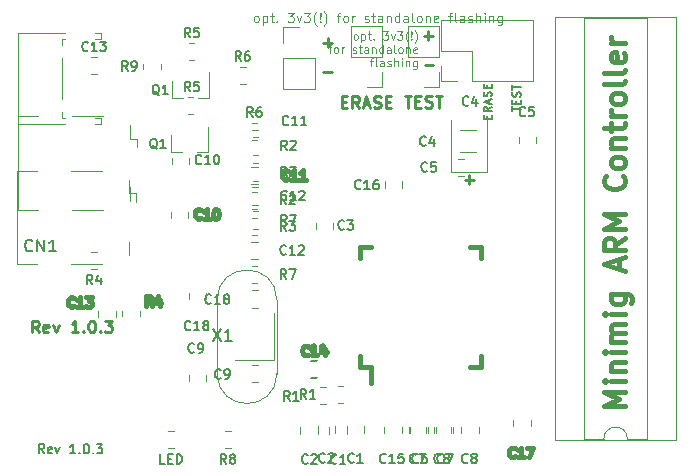
<source format=gbr>
<<<<<<< Updated upstream
G04 #@! TF.GenerationSoftware,KiCad,Pcbnew,6.0.2-378541a8eb~116~ubuntu20.04.1*
G04 #@! TF.CreationDate,2022-02-17T23:44:55+01:00*
=======
G04 #@! TF.GenerationSoftware,KiCad,Pcbnew,6.0.11-2627ca5db0~126~ubuntu22.04.1*
G04 #@! TF.CreationDate,2023-07-01T01:01:39+02:00*
>>>>>>> Stashed changes
G04 #@! TF.ProjectId,minimig-arm-controller-0805,6d696e69-6d69-4672-9d61-726d2d636f6e,rev?*
G04 #@! TF.SameCoordinates,Original*
G04 #@! TF.FileFunction,Legend,Top*
G04 #@! TF.FilePolarity,Positive*
%FSLAX46Y46*%
G04 Gerber Fmt 4.6, Leading zero omitted, Abs format (unit mm)*
<<<<<<< Updated upstream
G04 Created by KiCad (PCBNEW 6.0.2-378541a8eb~116~ubuntu20.04.1) date 2022-02-17 23:44:55*
=======
G04 Created by KiCad (PCBNEW 6.0.11-2627ca5db0~126~ubuntu22.04.1) date 2023-07-01 01:01:39*
>>>>>>> Stashed changes
%MOMM*%
%LPD*%
G01*
G04 APERTURE LIST*
%ADD10C,0.100000*%
%ADD11C,0.250000*%
<<<<<<< Updated upstream
%ADD12C,0.450000*%
%ADD13C,0.150000*%
%ADD14C,0.120000*%
G04 APERTURE END LIST*
D10*
X120723695Y-22037004D02*
X120647504Y-21998909D01*
X120609409Y-21960814D01*
X120571314Y-21884623D01*
X120571314Y-21656052D01*
X120609409Y-21579861D01*
X120647504Y-21541766D01*
X120723695Y-21503671D01*
X120837980Y-21503671D01*
X120914171Y-21541766D01*
X120952266Y-21579861D01*
X120990361Y-21656052D01*
X120990361Y-21884623D01*
X120952266Y-21960814D01*
X120914171Y-21998909D01*
X120837980Y-22037004D01*
X120723695Y-22037004D01*
X121333219Y-21503671D02*
X121333219Y-22303671D01*
X121333219Y-21541766D02*
X121409409Y-21503671D01*
X121561790Y-21503671D01*
X121637980Y-21541766D01*
X121676076Y-21579861D01*
X121714171Y-21656052D01*
X121714171Y-21884623D01*
X121676076Y-21960814D01*
X121637980Y-21998909D01*
X121561790Y-22037004D01*
X121409409Y-22037004D01*
X121333219Y-21998909D01*
X121942742Y-21503671D02*
X122247504Y-21503671D01*
X122057028Y-21237004D02*
X122057028Y-21922719D01*
X122095123Y-21998909D01*
X122171314Y-22037004D01*
X122247504Y-22037004D01*
X122514171Y-21960814D02*
X122552266Y-21998909D01*
X122514171Y-22037004D01*
X122476076Y-21998909D01*
X122514171Y-21960814D01*
X122514171Y-22037004D01*
X123428457Y-21237004D02*
X123923695Y-21237004D01*
X123657028Y-21541766D01*
X123771314Y-21541766D01*
X123847504Y-21579861D01*
X123885600Y-21617957D01*
X123923695Y-21694147D01*
X123923695Y-21884623D01*
X123885600Y-21960814D01*
X123847504Y-21998909D01*
X123771314Y-22037004D01*
X123542742Y-22037004D01*
X123466552Y-21998909D01*
X123428457Y-21960814D01*
X124190361Y-21503671D02*
X124380838Y-22037004D01*
X124571314Y-21503671D01*
X124799885Y-21237004D02*
X125295123Y-21237004D01*
X125028457Y-21541766D01*
X125142742Y-21541766D01*
X125218933Y-21579861D01*
X125257028Y-21617957D01*
X125295123Y-21694147D01*
X125295123Y-21884623D01*
X125257028Y-21960814D01*
X125218933Y-21998909D01*
X125142742Y-22037004D01*
X124914171Y-22037004D01*
X124837980Y-21998909D01*
X124799885Y-21960814D01*
X125866552Y-22341766D02*
X125828457Y-22303671D01*
X125752266Y-22189385D01*
X125714171Y-22113195D01*
X125676076Y-21998909D01*
X125637980Y-21808433D01*
X125637980Y-21656052D01*
X125676076Y-21465576D01*
X125714171Y-21351290D01*
X125752266Y-21275100D01*
X125828457Y-21160814D01*
X125866552Y-21122719D01*
X126171314Y-21960814D02*
X126209409Y-21998909D01*
X126171314Y-22037004D01*
X126133219Y-21998909D01*
X126171314Y-21960814D01*
X126171314Y-22037004D01*
X126171314Y-21732242D02*
X126133219Y-21275100D01*
X126171314Y-21237004D01*
X126209409Y-21275100D01*
X126171314Y-21732242D01*
X126171314Y-21237004D01*
X126476076Y-22341766D02*
X126514171Y-22303671D01*
X126590361Y-22189385D01*
X126628457Y-22113195D01*
X126666552Y-21998909D01*
X126704647Y-21808433D01*
X126704647Y-21656052D01*
X126666552Y-21465576D01*
X126628457Y-21351290D01*
X126590361Y-21275100D01*
X126514171Y-21160814D01*
X126476076Y-21122719D01*
X127580838Y-21503671D02*
X127885600Y-21503671D01*
X127695123Y-22037004D02*
X127695123Y-21351290D01*
X127733219Y-21275100D01*
X127809409Y-21237004D01*
X127885600Y-21237004D01*
X128266552Y-22037004D02*
X128190361Y-21998909D01*
X128152266Y-21960814D01*
X128114171Y-21884623D01*
X128114171Y-21656052D01*
X128152266Y-21579861D01*
X128190361Y-21541766D01*
X128266552Y-21503671D01*
X128380838Y-21503671D01*
X128457028Y-21541766D01*
X128495123Y-21579861D01*
X128533219Y-21656052D01*
X128533219Y-21884623D01*
X128495123Y-21960814D01*
X128457028Y-21998909D01*
X128380838Y-22037004D01*
X128266552Y-22037004D01*
X128876076Y-22037004D02*
X128876076Y-21503671D01*
X128876076Y-21656052D02*
X128914171Y-21579861D01*
X128952266Y-21541766D01*
X129028457Y-21503671D01*
X129104647Y-21503671D01*
X129942742Y-21998909D02*
X130018933Y-22037004D01*
X130171314Y-22037004D01*
X130247504Y-21998909D01*
X130285600Y-21922719D01*
X130285600Y-21884623D01*
X130247504Y-21808433D01*
X130171314Y-21770338D01*
X130057028Y-21770338D01*
X129980838Y-21732242D01*
X129942742Y-21656052D01*
X129942742Y-21617957D01*
X129980838Y-21541766D01*
X130057028Y-21503671D01*
X130171314Y-21503671D01*
X130247504Y-21541766D01*
X130514171Y-21503671D02*
X130818933Y-21503671D01*
X130628457Y-21237004D02*
X130628457Y-21922719D01*
X130666552Y-21998909D01*
X130742742Y-22037004D01*
X130818933Y-22037004D01*
X131428457Y-22037004D02*
X131428457Y-21617957D01*
X131390361Y-21541766D01*
X131314171Y-21503671D01*
X131161790Y-21503671D01*
X131085600Y-21541766D01*
X131428457Y-21998909D02*
X131352266Y-22037004D01*
X131161790Y-22037004D01*
X131085600Y-21998909D01*
X131047504Y-21922719D01*
X131047504Y-21846528D01*
X131085600Y-21770338D01*
X131161790Y-21732242D01*
X131352266Y-21732242D01*
X131428457Y-21694147D01*
X131809409Y-21503671D02*
X131809409Y-22037004D01*
X131809409Y-21579861D02*
X131847504Y-21541766D01*
X131923695Y-21503671D01*
X132037980Y-21503671D01*
X132114171Y-21541766D01*
X132152266Y-21617957D01*
X132152266Y-22037004D01*
X132876076Y-22037004D02*
X132876076Y-21237004D01*
X132876076Y-21998909D02*
X132799885Y-22037004D01*
X132647504Y-22037004D01*
X132571314Y-21998909D01*
X132533219Y-21960814D01*
X132495123Y-21884623D01*
X132495123Y-21656052D01*
X132533219Y-21579861D01*
X132571314Y-21541766D01*
X132647504Y-21503671D01*
X132799885Y-21503671D01*
X132876076Y-21541766D01*
X133599885Y-22037004D02*
X133599885Y-21617957D01*
X133561790Y-21541766D01*
X133485600Y-21503671D01*
X133333219Y-21503671D01*
X133257028Y-21541766D01*
X133599885Y-21998909D02*
X133523695Y-22037004D01*
X133333219Y-22037004D01*
X133257028Y-21998909D01*
X133218933Y-21922719D01*
X133218933Y-21846528D01*
X133257028Y-21770338D01*
X133333219Y-21732242D01*
X133523695Y-21732242D01*
X133599885Y-21694147D01*
X134095123Y-22037004D02*
X134018933Y-21998909D01*
X133980838Y-21922719D01*
X133980838Y-21237004D01*
X134514171Y-22037004D02*
X134437980Y-21998909D01*
X134399885Y-21960814D01*
X134361790Y-21884623D01*
X134361790Y-21656052D01*
X134399885Y-21579861D01*
X134437980Y-21541766D01*
X134514171Y-21503671D01*
X134628457Y-21503671D01*
X134704647Y-21541766D01*
X134742742Y-21579861D01*
X134780838Y-21656052D01*
X134780838Y-21884623D01*
X134742742Y-21960814D01*
X134704647Y-21998909D01*
X134628457Y-22037004D01*
X134514171Y-22037004D01*
X135123695Y-21503671D02*
X135123695Y-22037004D01*
X135123695Y-21579861D02*
X135161790Y-21541766D01*
X135237980Y-21503671D01*
X135352266Y-21503671D01*
X135428457Y-21541766D01*
X135466552Y-21617957D01*
X135466552Y-22037004D01*
X136152266Y-21998909D02*
X136076076Y-22037004D01*
X135923695Y-22037004D01*
X135847504Y-21998909D01*
X135809409Y-21922719D01*
X135809409Y-21617957D01*
X135847504Y-21541766D01*
X135923695Y-21503671D01*
X136076076Y-21503671D01*
X136152266Y-21541766D01*
X136190361Y-21617957D01*
X136190361Y-21694147D01*
X135809409Y-21770338D01*
X137028457Y-21503671D02*
X137333219Y-21503671D01*
X137142742Y-22037004D02*
X137142742Y-21351290D01*
X137180838Y-21275100D01*
X137257028Y-21237004D01*
X137333219Y-21237004D01*
X137714171Y-22037004D02*
X137637980Y-21998909D01*
X137599885Y-21922719D01*
X137599885Y-21237004D01*
X138361790Y-22037004D02*
X138361790Y-21617957D01*
X138323695Y-21541766D01*
X138247504Y-21503671D01*
X138095123Y-21503671D01*
X138018933Y-21541766D01*
X138361790Y-21998909D02*
X138285600Y-22037004D01*
X138095123Y-22037004D01*
X138018933Y-21998909D01*
X137980838Y-21922719D01*
X137980838Y-21846528D01*
X138018933Y-21770338D01*
X138095123Y-21732242D01*
X138285600Y-21732242D01*
X138361790Y-21694147D01*
X138704647Y-21998909D02*
X138780838Y-22037004D01*
X138933219Y-22037004D01*
X139009409Y-21998909D01*
X139047504Y-21922719D01*
X139047504Y-21884623D01*
X139009409Y-21808433D01*
X138933219Y-21770338D01*
X138818933Y-21770338D01*
X138742742Y-21732242D01*
X138704647Y-21656052D01*
X138704647Y-21617957D01*
X138742742Y-21541766D01*
X138818933Y-21503671D01*
X138933219Y-21503671D01*
X139009409Y-21541766D01*
X139390361Y-22037004D02*
X139390361Y-21237004D01*
X139733219Y-22037004D02*
X139733219Y-21617957D01*
X139695123Y-21541766D01*
X139618933Y-21503671D01*
X139504647Y-21503671D01*
X139428457Y-21541766D01*
X139390361Y-21579861D01*
X140114171Y-22037004D02*
X140114171Y-21503671D01*
X140114171Y-21237004D02*
X140076076Y-21275100D01*
X140114171Y-21313195D01*
X140152266Y-21275100D01*
X140114171Y-21237004D01*
X140114171Y-21313195D01*
X140495123Y-21503671D02*
X140495123Y-22037004D01*
X140495123Y-21579861D02*
X140533219Y-21541766D01*
X140609409Y-21503671D01*
X140723695Y-21503671D01*
X140799885Y-21541766D01*
X140837980Y-21617957D01*
X140837980Y-22037004D01*
X141561790Y-21503671D02*
X141561790Y-22151290D01*
X141523695Y-22227480D01*
X141485600Y-22265576D01*
X141409409Y-22303671D01*
X141295123Y-22303671D01*
X141218933Y-22265576D01*
X141561790Y-21998909D02*
X141485600Y-22037004D01*
X141333219Y-22037004D01*
X141257028Y-21998909D01*
X141218933Y-21960814D01*
X141180838Y-21884623D01*
X141180838Y-21656052D01*
X141218933Y-21579861D01*
X141257028Y-21541766D01*
X141333219Y-21503671D01*
X141485600Y-21503671D01*
X141561790Y-21541766D01*
D11*
X126800928Y-24176952D02*
X126800928Y-23415047D01*
X127181880Y-23796000D02*
X126419976Y-23796000D01*
X127186652Y-26277271D02*
X126424747Y-26277271D01*
X138802428Y-35759352D02*
X138802428Y-34997447D01*
X139183380Y-35378400D02*
X138421476Y-35378400D01*
X127998171Y-28766471D02*
X128331504Y-28766471D01*
X128474361Y-29290280D02*
X127998171Y-29290280D01*
X127998171Y-28290280D01*
X128474361Y-28290280D01*
X129474361Y-29290280D02*
X129141028Y-28814090D01*
X128902933Y-29290280D02*
X128902933Y-28290280D01*
X129283885Y-28290280D01*
X129379123Y-28337900D01*
X129426742Y-28385519D01*
X129474361Y-28480757D01*
X129474361Y-28623614D01*
X129426742Y-28718852D01*
X129379123Y-28766471D01*
X129283885Y-28814090D01*
X128902933Y-28814090D01*
X129855314Y-29004566D02*
X130331504Y-29004566D01*
X129760076Y-29290280D02*
X130093409Y-28290280D01*
X130426742Y-29290280D01*
X130712457Y-29242661D02*
X130855314Y-29290280D01*
X131093409Y-29290280D01*
X131188647Y-29242661D01*
X131236266Y-29195042D01*
X131283885Y-29099804D01*
X131283885Y-29004566D01*
X131236266Y-28909328D01*
X131188647Y-28861709D01*
X131093409Y-28814090D01*
X130902933Y-28766471D01*
X130807695Y-28718852D01*
X130760076Y-28671233D01*
X130712457Y-28575995D01*
X130712457Y-28480757D01*
X130760076Y-28385519D01*
X130807695Y-28337900D01*
X130902933Y-28290280D01*
X131141028Y-28290280D01*
X131283885Y-28337900D01*
X131712457Y-28766471D02*
X132045790Y-28766471D01*
X132188647Y-29290280D02*
X131712457Y-29290280D01*
X131712457Y-28290280D01*
X132188647Y-28290280D01*
X102364285Y-48302380D02*
X102030952Y-47826190D01*
X101792857Y-48302380D02*
X101792857Y-47302380D01*
X102173809Y-47302380D01*
X102269047Y-47350000D01*
X102316666Y-47397619D01*
X102364285Y-47492857D01*
X102364285Y-47635714D01*
X102316666Y-47730952D01*
X102269047Y-47778571D01*
X102173809Y-47826190D01*
X101792857Y-47826190D01*
X103173809Y-48254761D02*
X103078571Y-48302380D01*
X102888095Y-48302380D01*
X102792857Y-48254761D01*
X102745238Y-48159523D01*
X102745238Y-47778571D01*
X102792857Y-47683333D01*
X102888095Y-47635714D01*
X103078571Y-47635714D01*
X103173809Y-47683333D01*
X103221428Y-47778571D01*
X103221428Y-47873809D01*
X102745238Y-47969047D01*
X103554761Y-47635714D02*
X103792857Y-48302380D01*
X104030952Y-47635714D01*
X105697619Y-48302380D02*
X105126190Y-48302380D01*
X105411904Y-48302380D02*
X105411904Y-47302380D01*
X105316666Y-47445238D01*
X105221428Y-47540476D01*
X105126190Y-47588095D01*
X106126190Y-48207142D02*
X106173809Y-48254761D01*
X106126190Y-48302380D01*
X106078571Y-48254761D01*
X106126190Y-48207142D01*
X106126190Y-48302380D01*
X106792857Y-47302380D02*
X106888095Y-47302380D01*
X106983333Y-47350000D01*
X107030952Y-47397619D01*
X107078571Y-47492857D01*
X107126190Y-47683333D01*
X107126190Y-47921428D01*
X107078571Y-48111904D01*
X107030952Y-48207142D01*
X106983333Y-48254761D01*
X106888095Y-48302380D01*
X106792857Y-48302380D01*
X106697619Y-48254761D01*
X106650000Y-48207142D01*
X106602380Y-48111904D01*
X106554761Y-47921428D01*
X106554761Y-47683333D01*
X106602380Y-47492857D01*
X106650000Y-47397619D01*
X106697619Y-47350000D01*
X106792857Y-47302380D01*
X107554761Y-48207142D02*
X107602380Y-48254761D01*
X107554761Y-48302380D01*
X107507142Y-48254761D01*
X107554761Y-48207142D01*
X107554761Y-48302380D01*
X107935714Y-47302380D02*
X108554761Y-47302380D01*
X108221428Y-47683333D01*
X108364285Y-47683333D01*
X108459523Y-47730952D01*
X108507142Y-47778571D01*
X108554761Y-47873809D01*
X108554761Y-48111904D01*
X108507142Y-48207142D01*
X108459523Y-48254761D01*
X108364285Y-48302380D01*
X108078571Y-48302380D01*
X107983333Y-48254761D01*
X107935714Y-48207142D01*
X133325761Y-28264880D02*
X133897190Y-28264880D01*
X133611476Y-29264880D02*
X133611476Y-28264880D01*
X134230523Y-28741071D02*
X134563857Y-28741071D01*
X134706714Y-29264880D02*
X134230523Y-29264880D01*
X134230523Y-28264880D01*
X134706714Y-28264880D01*
X135087666Y-29217261D02*
X135230523Y-29264880D01*
X135468619Y-29264880D01*
X135563857Y-29217261D01*
X135611476Y-29169642D01*
X135659095Y-29074404D01*
X135659095Y-28979166D01*
X135611476Y-28883928D01*
X135563857Y-28836309D01*
X135468619Y-28788690D01*
X135278142Y-28741071D01*
X135182904Y-28693452D01*
X135135285Y-28645833D01*
X135087666Y-28550595D01*
X135087666Y-28455357D01*
X135135285Y-28360119D01*
X135182904Y-28312500D01*
X135278142Y-28264880D01*
X135516238Y-28264880D01*
X135659095Y-28312500D01*
X135944809Y-28264880D02*
X136516238Y-28264880D01*
X136230523Y-29264880D02*
X136230523Y-28264880D01*
=======
%ADD12C,0.175000*%
%ADD13C,0.200000*%
%ADD14C,0.450000*%
%ADD15C,0.150000*%
%ADD16C,0.120000*%
G04 APERTURE END LIST*
D10*
X129135000Y-23519666D02*
X129068333Y-23486333D01*
X129035000Y-23453000D01*
X129001666Y-23386333D01*
X129001666Y-23186333D01*
X129035000Y-23119666D01*
X129068333Y-23086333D01*
X129135000Y-23053000D01*
X129235000Y-23053000D01*
X129301666Y-23086333D01*
X129335000Y-23119666D01*
X129368333Y-23186333D01*
X129368333Y-23386333D01*
X129335000Y-23453000D01*
X129301666Y-23486333D01*
X129235000Y-23519666D01*
X129135000Y-23519666D01*
X129668333Y-23053000D02*
X129668333Y-23753000D01*
X129668333Y-23086333D02*
X129735000Y-23053000D01*
X129868333Y-23053000D01*
X129935000Y-23086333D01*
X129968333Y-23119666D01*
X130001666Y-23186333D01*
X130001666Y-23386333D01*
X129968333Y-23453000D01*
X129935000Y-23486333D01*
X129868333Y-23519666D01*
X129735000Y-23519666D01*
X129668333Y-23486333D01*
X130201666Y-23053000D02*
X130468333Y-23053000D01*
X130301666Y-22819666D02*
X130301666Y-23419666D01*
X130335000Y-23486333D01*
X130401666Y-23519666D01*
X130468333Y-23519666D01*
X130701666Y-23453000D02*
X130735000Y-23486333D01*
X130701666Y-23519666D01*
X130668333Y-23486333D01*
X130701666Y-23453000D01*
X130701666Y-23519666D01*
X131501666Y-22819666D02*
X131935000Y-22819666D01*
X131701666Y-23086333D01*
X131801666Y-23086333D01*
X131868333Y-23119666D01*
X131901666Y-23153000D01*
X131935000Y-23219666D01*
X131935000Y-23386333D01*
X131901666Y-23453000D01*
X131868333Y-23486333D01*
X131801666Y-23519666D01*
X131601666Y-23519666D01*
X131535000Y-23486333D01*
X131501666Y-23453000D01*
X132168333Y-23053000D02*
X132335000Y-23519666D01*
X132501666Y-23053000D01*
X132701666Y-22819666D02*
X133135000Y-22819666D01*
X132901666Y-23086333D01*
X133001666Y-23086333D01*
X133068333Y-23119666D01*
X133101666Y-23153000D01*
X133135000Y-23219666D01*
X133135000Y-23386333D01*
X133101666Y-23453000D01*
X133068333Y-23486333D01*
X133001666Y-23519666D01*
X132801666Y-23519666D01*
X132735000Y-23486333D01*
X132701666Y-23453000D01*
X133635000Y-23786333D02*
X133601666Y-23753000D01*
X133535000Y-23653000D01*
X133501666Y-23586333D01*
X133468333Y-23486333D01*
X133435000Y-23319666D01*
X133435000Y-23186333D01*
X133468333Y-23019666D01*
X133501666Y-22919666D01*
X133535000Y-22853000D01*
X133601666Y-22753000D01*
X133635000Y-22719666D01*
X133901666Y-23453000D02*
X133935000Y-23486333D01*
X133901666Y-23519666D01*
X133868333Y-23486333D01*
X133901666Y-23453000D01*
X133901666Y-23519666D01*
X133901666Y-23253000D02*
X133868333Y-22853000D01*
X133901666Y-22819666D01*
X133935000Y-22853000D01*
X133901666Y-23253000D01*
X133901666Y-22819666D01*
X134168333Y-23786333D02*
X134201666Y-23753000D01*
X134268333Y-23653000D01*
X134301666Y-23586333D01*
X134335000Y-23486333D01*
X134368333Y-23319666D01*
X134368333Y-23186333D01*
X134335000Y-23019666D01*
X134301666Y-22919666D01*
X134268333Y-22853000D01*
X134201666Y-22753000D01*
X134168333Y-22719666D01*
X126868333Y-24180000D02*
X127135000Y-24180000D01*
X126968333Y-24646666D02*
X126968333Y-24046666D01*
X127001666Y-23980000D01*
X127068333Y-23946666D01*
X127135000Y-23946666D01*
X127468333Y-24646666D02*
X127401666Y-24613333D01*
X127368333Y-24580000D01*
X127335000Y-24513333D01*
X127335000Y-24313333D01*
X127368333Y-24246666D01*
X127401666Y-24213333D01*
X127468333Y-24180000D01*
X127568333Y-24180000D01*
X127635000Y-24213333D01*
X127668333Y-24246666D01*
X127701666Y-24313333D01*
X127701666Y-24513333D01*
X127668333Y-24580000D01*
X127635000Y-24613333D01*
X127568333Y-24646666D01*
X127468333Y-24646666D01*
X128001666Y-24646666D02*
X128001666Y-24180000D01*
X128001666Y-24313333D02*
X128035000Y-24246666D01*
X128068333Y-24213333D01*
X128135000Y-24180000D01*
X128201666Y-24180000D01*
X128935000Y-24613333D02*
X129001666Y-24646666D01*
X129135000Y-24646666D01*
X129201666Y-24613333D01*
X129235000Y-24546666D01*
X129235000Y-24513333D01*
X129201666Y-24446666D01*
X129135000Y-24413333D01*
X129035000Y-24413333D01*
X128968333Y-24380000D01*
X128935000Y-24313333D01*
X128935000Y-24280000D01*
X128968333Y-24213333D01*
X129035000Y-24180000D01*
X129135000Y-24180000D01*
X129201666Y-24213333D01*
X129435000Y-24180000D02*
X129701666Y-24180000D01*
X129535000Y-23946666D02*
X129535000Y-24546666D01*
X129568333Y-24613333D01*
X129635000Y-24646666D01*
X129701666Y-24646666D01*
X130235000Y-24646666D02*
X130235000Y-24280000D01*
X130201666Y-24213333D01*
X130135000Y-24180000D01*
X130001666Y-24180000D01*
X129935000Y-24213333D01*
X130235000Y-24613333D02*
X130168333Y-24646666D01*
X130001666Y-24646666D01*
X129935000Y-24613333D01*
X129901666Y-24546666D01*
X129901666Y-24480000D01*
X129935000Y-24413333D01*
X130001666Y-24380000D01*
X130168333Y-24380000D01*
X130235000Y-24346666D01*
X130568333Y-24180000D02*
X130568333Y-24646666D01*
X130568333Y-24246666D02*
X130601666Y-24213333D01*
X130668333Y-24180000D01*
X130768333Y-24180000D01*
X130835000Y-24213333D01*
X130868333Y-24280000D01*
X130868333Y-24646666D01*
X131501666Y-24646666D02*
X131501666Y-23946666D01*
X131501666Y-24613333D02*
X131435000Y-24646666D01*
X131301666Y-24646666D01*
X131235000Y-24613333D01*
X131201666Y-24580000D01*
X131168333Y-24513333D01*
X131168333Y-24313333D01*
X131201666Y-24246666D01*
X131235000Y-24213333D01*
X131301666Y-24180000D01*
X131435000Y-24180000D01*
X131501666Y-24213333D01*
X132135000Y-24646666D02*
X132135000Y-24280000D01*
X132101666Y-24213333D01*
X132035000Y-24180000D01*
X131901666Y-24180000D01*
X131835000Y-24213333D01*
X132135000Y-24613333D02*
X132068333Y-24646666D01*
X131901666Y-24646666D01*
X131835000Y-24613333D01*
X131801666Y-24546666D01*
X131801666Y-24480000D01*
X131835000Y-24413333D01*
X131901666Y-24380000D01*
X132068333Y-24380000D01*
X132135000Y-24346666D01*
X132568333Y-24646666D02*
X132501666Y-24613333D01*
X132468333Y-24546666D01*
X132468333Y-23946666D01*
X132935000Y-24646666D02*
X132868333Y-24613333D01*
X132835000Y-24580000D01*
X132801666Y-24513333D01*
X132801666Y-24313333D01*
X132835000Y-24246666D01*
X132868333Y-24213333D01*
X132935000Y-24180000D01*
X133035000Y-24180000D01*
X133101666Y-24213333D01*
X133135000Y-24246666D01*
X133168333Y-24313333D01*
X133168333Y-24513333D01*
X133135000Y-24580000D01*
X133101666Y-24613333D01*
X133035000Y-24646666D01*
X132935000Y-24646666D01*
X133468333Y-24180000D02*
X133468333Y-24646666D01*
X133468333Y-24246666D02*
X133501666Y-24213333D01*
X133568333Y-24180000D01*
X133668333Y-24180000D01*
X133735000Y-24213333D01*
X133768333Y-24280000D01*
X133768333Y-24646666D01*
X134368333Y-24613333D02*
X134301666Y-24646666D01*
X134168333Y-24646666D01*
X134101666Y-24613333D01*
X134068333Y-24546666D01*
X134068333Y-24280000D01*
X134101666Y-24213333D01*
X134168333Y-24180000D01*
X134301666Y-24180000D01*
X134368333Y-24213333D01*
X134401666Y-24280000D01*
X134401666Y-24346666D01*
X134068333Y-24413333D01*
X130401666Y-25307000D02*
X130668333Y-25307000D01*
X130501666Y-25773666D02*
X130501666Y-25173666D01*
X130535000Y-25107000D01*
X130601666Y-25073666D01*
X130668333Y-25073666D01*
X131001666Y-25773666D02*
X130935000Y-25740333D01*
X130901666Y-25673666D01*
X130901666Y-25073666D01*
X131568333Y-25773666D02*
X131568333Y-25407000D01*
X131535000Y-25340333D01*
X131468333Y-25307000D01*
X131335000Y-25307000D01*
X131268333Y-25340333D01*
X131568333Y-25740333D02*
X131501666Y-25773666D01*
X131335000Y-25773666D01*
X131268333Y-25740333D01*
X131235000Y-25673666D01*
X131235000Y-25607000D01*
X131268333Y-25540333D01*
X131335000Y-25507000D01*
X131501666Y-25507000D01*
X131568333Y-25473666D01*
X131868333Y-25740333D02*
X131935000Y-25773666D01*
X132068333Y-25773666D01*
X132135000Y-25740333D01*
X132168333Y-25673666D01*
X132168333Y-25640333D01*
X132135000Y-25573666D01*
X132068333Y-25540333D01*
X131968333Y-25540333D01*
X131901666Y-25507000D01*
X131868333Y-25440333D01*
X131868333Y-25407000D01*
X131901666Y-25340333D01*
X131968333Y-25307000D01*
X132068333Y-25307000D01*
X132135000Y-25340333D01*
X132468333Y-25773666D02*
X132468333Y-25073666D01*
X132768333Y-25773666D02*
X132768333Y-25407000D01*
X132735000Y-25340333D01*
X132668333Y-25307000D01*
X132568333Y-25307000D01*
X132501666Y-25340333D01*
X132468333Y-25373666D01*
X133101666Y-25773666D02*
X133101666Y-25307000D01*
X133101666Y-25073666D02*
X133068333Y-25107000D01*
X133101666Y-25140333D01*
X133135000Y-25107000D01*
X133101666Y-25073666D01*
X133101666Y-25140333D01*
X133435000Y-25307000D02*
X133435000Y-25773666D01*
X133435000Y-25373666D02*
X133468333Y-25340333D01*
X133535000Y-25307000D01*
X133635000Y-25307000D01*
X133701666Y-25340333D01*
X133735000Y-25407000D01*
X133735000Y-25773666D01*
X134368333Y-25307000D02*
X134368333Y-25873666D01*
X134335000Y-25940333D01*
X134301666Y-25973666D01*
X134235000Y-26007000D01*
X134135000Y-26007000D01*
X134068333Y-25973666D01*
X134368333Y-25740333D02*
X134301666Y-25773666D01*
X134168333Y-25773666D01*
X134101666Y-25740333D01*
X134068333Y-25707000D01*
X134035000Y-25640333D01*
X134035000Y-25440333D01*
X134068333Y-25373666D01*
X134101666Y-25340333D01*
X134168333Y-25307000D01*
X134301666Y-25307000D01*
X134368333Y-25340333D01*
D11*
X135321428Y-23570952D02*
X135321428Y-22809047D01*
X135702380Y-23190000D02*
X134940476Y-23190000D01*
X135770952Y-25668571D02*
X135009047Y-25668571D01*
>>>>>>> Stashed changes
D12*
X140340000Y-30230000D02*
X140340000Y-29996666D01*
X140706666Y-29896666D02*
X140706666Y-30230000D01*
X140006666Y-30230000D01*
X140006666Y-29896666D01*
X140706666Y-29196666D02*
X140373333Y-29430000D01*
X140706666Y-29596666D02*
X140006666Y-29596666D01*
X140006666Y-29330000D01*
X140040000Y-29263333D01*
X140073333Y-29230000D01*
X140140000Y-29196666D01*
X140240000Y-29196666D01*
X140306666Y-29230000D01*
X140340000Y-29263333D01*
X140373333Y-29330000D01*
X140373333Y-29596666D01*
X140506666Y-28930000D02*
X140506666Y-28596666D01*
X140706666Y-28996666D02*
X140006666Y-28763333D01*
X140706666Y-28530000D01*
X140673333Y-28330000D02*
X140706666Y-28230000D01*
X140706666Y-28063333D01*
X140673333Y-27996666D01*
X140640000Y-27963333D01*
X140573333Y-27930000D01*
X140506666Y-27930000D01*
X140440000Y-27963333D01*
X140406666Y-27996666D01*
X140373333Y-28063333D01*
X140340000Y-28196666D01*
X140306666Y-28263333D01*
X140273333Y-28296666D01*
X140206666Y-28330000D01*
X140140000Y-28330000D01*
X140073333Y-28296666D01*
X140040000Y-28263333D01*
X140006666Y-28196666D01*
X140006666Y-28030000D01*
X140040000Y-27930000D01*
X140340000Y-27630000D02*
X140340000Y-27396666D01*
X140706666Y-27296666D02*
X140706666Y-27630000D01*
X140006666Y-27630000D01*
X140006666Y-27296666D01*
D13*
X102791428Y-58551904D02*
X102524761Y-58170952D01*
X102334285Y-58551904D02*
X102334285Y-57751904D01*
X102639047Y-57751904D01*
X102715238Y-57790000D01*
X102753333Y-57828095D01*
X102791428Y-57904285D01*
X102791428Y-58018571D01*
X102753333Y-58094761D01*
X102715238Y-58132857D01*
X102639047Y-58170952D01*
X102334285Y-58170952D01*
X103439047Y-58513809D02*
X103362857Y-58551904D01*
X103210476Y-58551904D01*
X103134285Y-58513809D01*
X103096190Y-58437619D01*
X103096190Y-58132857D01*
X103134285Y-58056666D01*
X103210476Y-58018571D01*
X103362857Y-58018571D01*
X103439047Y-58056666D01*
X103477142Y-58132857D01*
X103477142Y-58209047D01*
X103096190Y-58285238D01*
X103743809Y-58018571D02*
X103934285Y-58551904D01*
X104124761Y-58018571D01*
X105458095Y-58551904D02*
X105000952Y-58551904D01*
X105229523Y-58551904D02*
X105229523Y-57751904D01*
X105153333Y-57866190D01*
X105077142Y-57942380D01*
X105000952Y-57980476D01*
X105800952Y-58475714D02*
X105839047Y-58513809D01*
X105800952Y-58551904D01*
X105762857Y-58513809D01*
X105800952Y-58475714D01*
X105800952Y-58551904D01*
X106334285Y-57751904D02*
X106410476Y-57751904D01*
X106486666Y-57790000D01*
X106524761Y-57828095D01*
X106562857Y-57904285D01*
X106600952Y-58056666D01*
X106600952Y-58247142D01*
X106562857Y-58399523D01*
X106524761Y-58475714D01*
X106486666Y-58513809D01*
X106410476Y-58551904D01*
X106334285Y-58551904D01*
X106258095Y-58513809D01*
X106220000Y-58475714D01*
X106181904Y-58399523D01*
X106143809Y-58247142D01*
X106143809Y-58056666D01*
X106181904Y-57904285D01*
X106220000Y-57828095D01*
X106258095Y-57790000D01*
X106334285Y-57751904D01*
X106943809Y-58475714D02*
X106981904Y-58513809D01*
X106943809Y-58551904D01*
X106905714Y-58513809D01*
X106943809Y-58475714D01*
X106943809Y-58551904D01*
X107248571Y-57751904D02*
X107743809Y-57751904D01*
X107477142Y-58056666D01*
X107591428Y-58056666D01*
X107667619Y-58094761D01*
X107705714Y-58132857D01*
X107743809Y-58209047D01*
X107743809Y-58399523D01*
X107705714Y-58475714D01*
X107667619Y-58513809D01*
X107591428Y-58551904D01*
X107362857Y-58551904D01*
X107286666Y-58513809D01*
X107248571Y-58475714D01*
D12*
X142456666Y-29576666D02*
X142456666Y-29176666D01*
X143156666Y-29376666D02*
X142456666Y-29376666D01*
X142790000Y-28943333D02*
X142790000Y-28710000D01*
X143156666Y-28610000D02*
X143156666Y-28943333D01*
X142456666Y-28943333D01*
X142456666Y-28610000D01*
X143123333Y-28343333D02*
X143156666Y-28243333D01*
X143156666Y-28076666D01*
X143123333Y-28010000D01*
X143090000Y-27976666D01*
X143023333Y-27943333D01*
X142956666Y-27943333D01*
X142890000Y-27976666D01*
X142856666Y-28010000D01*
X142823333Y-28076666D01*
X142790000Y-28210000D01*
X142756666Y-28276666D01*
X142723333Y-28310000D01*
X142656666Y-28343333D01*
X142590000Y-28343333D01*
X142523333Y-28310000D01*
X142490000Y-28276666D01*
X142456666Y-28210000D01*
X142456666Y-28043333D01*
X142490000Y-27943333D01*
X142456666Y-27743333D02*
X142456666Y-27343333D01*
X143156666Y-27543333D02*
X142456666Y-27543333D01*
D14*
X151991285Y-54507428D02*
X150191285Y-54507428D01*
X151477000Y-53907428D01*
X150191285Y-53307428D01*
X151991285Y-53307428D01*
X151991285Y-52450285D02*
X150791285Y-52450285D01*
X150191285Y-52450285D02*
X150277000Y-52536000D01*
X150362714Y-52450285D01*
X150277000Y-52364571D01*
X150191285Y-52450285D01*
X150362714Y-52450285D01*
X150791285Y-51593142D02*
X151991285Y-51593142D01*
X150962714Y-51593142D02*
X150877000Y-51507428D01*
X150791285Y-51336000D01*
X150791285Y-51078857D01*
X150877000Y-50907428D01*
X151048428Y-50821714D01*
X151991285Y-50821714D01*
X151991285Y-49964571D02*
X150791285Y-49964571D01*
X150191285Y-49964571D02*
X150277000Y-50050285D01*
X150362714Y-49964571D01*
X150277000Y-49878857D01*
X150191285Y-49964571D01*
X150362714Y-49964571D01*
X151991285Y-49107428D02*
X150791285Y-49107428D01*
X150962714Y-49107428D02*
X150877000Y-49021714D01*
X150791285Y-48850285D01*
X150791285Y-48593142D01*
X150877000Y-48421714D01*
X151048428Y-48336000D01*
X151991285Y-48336000D01*
X151048428Y-48336000D02*
X150877000Y-48250285D01*
X150791285Y-48078857D01*
X150791285Y-47821714D01*
X150877000Y-47650285D01*
X151048428Y-47564571D01*
X151991285Y-47564571D01*
X151991285Y-46707428D02*
X150791285Y-46707428D01*
X150191285Y-46707428D02*
X150277000Y-46793142D01*
X150362714Y-46707428D01*
X150277000Y-46621714D01*
X150191285Y-46707428D01*
X150362714Y-46707428D01*
X150791285Y-45078857D02*
X152248428Y-45078857D01*
X152419857Y-45164571D01*
X152505571Y-45250285D01*
X152591285Y-45421714D01*
X152591285Y-45678857D01*
X152505571Y-45850285D01*
X151905571Y-45078857D02*
X151991285Y-45250285D01*
X151991285Y-45593142D01*
X151905571Y-45764571D01*
X151819857Y-45850285D01*
X151648428Y-45936000D01*
X151134142Y-45936000D01*
X150962714Y-45850285D01*
X150877000Y-45764571D01*
X150791285Y-45593142D01*
X150791285Y-45250285D01*
X150877000Y-45078857D01*
X151477000Y-42936000D02*
X151477000Y-42078857D01*
X151991285Y-43107428D02*
X150191285Y-42507428D01*
X151991285Y-41907428D01*
X151991285Y-40278857D02*
X151134142Y-40878857D01*
X151991285Y-41307428D02*
X150191285Y-41307428D01*
X150191285Y-40621714D01*
X150277000Y-40450285D01*
X150362714Y-40364571D01*
X150534142Y-40278857D01*
X150791285Y-40278857D01*
X150962714Y-40364571D01*
X151048428Y-40450285D01*
X151134142Y-40621714D01*
X151134142Y-41307428D01*
X151991285Y-39507428D02*
X150191285Y-39507428D01*
X151477000Y-38907428D01*
X150191285Y-38307428D01*
X151991285Y-38307428D01*
X151819857Y-35050285D02*
X151905571Y-35136000D01*
X151991285Y-35393142D01*
X151991285Y-35564571D01*
X151905571Y-35821714D01*
X151734142Y-35993142D01*
X151562714Y-36078857D01*
X151219857Y-36164571D01*
X150962714Y-36164571D01*
X150619857Y-36078857D01*
X150448428Y-35993142D01*
X150277000Y-35821714D01*
X150191285Y-35564571D01*
X150191285Y-35393142D01*
X150277000Y-35136000D01*
X150362714Y-35050285D01*
X151991285Y-34021714D02*
X151905571Y-34193142D01*
X151819857Y-34278857D01*
X151648428Y-34364571D01*
X151134142Y-34364571D01*
X150962714Y-34278857D01*
X150877000Y-34193142D01*
X150791285Y-34021714D01*
X150791285Y-33764571D01*
X150877000Y-33593142D01*
X150962714Y-33507428D01*
X151134142Y-33421714D01*
X151648428Y-33421714D01*
X151819857Y-33507428D01*
X151905571Y-33593142D01*
X151991285Y-33764571D01*
X151991285Y-34021714D01*
X150791285Y-32650285D02*
X151991285Y-32650285D01*
X150962714Y-32650285D02*
X150877000Y-32564571D01*
X150791285Y-32393142D01*
X150791285Y-32136000D01*
X150877000Y-31964571D01*
X151048428Y-31878857D01*
X151991285Y-31878857D01*
X150791285Y-31278857D02*
X150791285Y-30593142D01*
X150191285Y-31021714D02*
X151734142Y-31021714D01*
X151905571Y-30936000D01*
X151991285Y-30764571D01*
X151991285Y-30593142D01*
X151991285Y-29993142D02*
X150791285Y-29993142D01*
X151134142Y-29993142D02*
X150962714Y-29907428D01*
X150877000Y-29821714D01*
X150791285Y-29650285D01*
X150791285Y-29478857D01*
X151991285Y-28621714D02*
X151905571Y-28793142D01*
X151819857Y-28878857D01*
X151648428Y-28964571D01*
X151134142Y-28964571D01*
X150962714Y-28878857D01*
X150877000Y-28793142D01*
X150791285Y-28621714D01*
X150791285Y-28364571D01*
X150877000Y-28193142D01*
X150962714Y-28107428D01*
X151134142Y-28021714D01*
X151648428Y-28021714D01*
X151819857Y-28107428D01*
X151905571Y-28193142D01*
X151991285Y-28364571D01*
X151991285Y-28621714D01*
X151991285Y-26993142D02*
X151905571Y-27164571D01*
X151734142Y-27250285D01*
X150191285Y-27250285D01*
X151991285Y-26050285D02*
X151905571Y-26221714D01*
X151734142Y-26307428D01*
X150191285Y-26307428D01*
X151905571Y-24678857D02*
X151991285Y-24850285D01*
X151991285Y-25193142D01*
X151905571Y-25364571D01*
X151734142Y-25450285D01*
X151048428Y-25450285D01*
X150877000Y-25364571D01*
X150791285Y-25193142D01*
X150791285Y-24850285D01*
X150877000Y-24678857D01*
X151048428Y-24593142D01*
X151219857Y-24593142D01*
X151391285Y-25450285D01*
X151991285Y-23821714D02*
X150791285Y-23821714D01*
X151134142Y-23821714D02*
X150962714Y-23736000D01*
X150877000Y-23650285D01*
X150791285Y-23478857D01*
X150791285Y-23307428D01*
<<<<<<< Updated upstream
D13*
G04 #@! TO.C,C2*
X126573166Y-59249214D02*
X126535071Y-59287309D01*
X126420785Y-59325404D01*
X126344595Y-59325404D01*
X126230309Y-59287309D01*
X126154119Y-59211119D01*
X126116023Y-59134928D01*
X126077928Y-58982547D01*
X126077928Y-58868261D01*
X126116023Y-58715880D01*
X126154119Y-58639690D01*
X126230309Y-58563500D01*
X126344595Y-58525404D01*
X126420785Y-58525404D01*
X126535071Y-58563500D01*
X126573166Y-58601595D01*
X126877928Y-58601595D02*
X126916023Y-58563500D01*
X126992214Y-58525404D01*
X127182690Y-58525404D01*
X127258880Y-58563500D01*
X127296976Y-58601595D01*
X127335071Y-58677785D01*
X127335071Y-58753976D01*
X127296976Y-58868261D01*
X126839833Y-59325404D01*
X127335071Y-59325404D01*
G04 #@! TO.C,R1*
X124996666Y-53901904D02*
X124730000Y-53520952D01*
X124539523Y-53901904D02*
X124539523Y-53101904D01*
X124844285Y-53101904D01*
X124920476Y-53140000D01*
X124958571Y-53178095D01*
X124996666Y-53254285D01*
X124996666Y-53368571D01*
X124958571Y-53444761D01*
X124920476Y-53482857D01*
X124844285Y-53520952D01*
X124539523Y-53520952D01*
X125758571Y-53901904D02*
X125301428Y-53901904D01*
X125530000Y-53901904D02*
X125530000Y-53101904D01*
X125453809Y-53216190D01*
X125377619Y-53292380D01*
X125301428Y-53330476D01*
G04 #@! TO.C,C4*
X138724666Y-29034714D02*
X138686571Y-29072809D01*
X138572285Y-29110904D01*
X138496095Y-29110904D01*
X138381809Y-29072809D01*
X138305619Y-28996619D01*
X138267523Y-28920428D01*
X138229428Y-28768047D01*
X138229428Y-28653761D01*
X138267523Y-28501380D01*
X138305619Y-28425190D01*
X138381809Y-28349000D01*
X138496095Y-28310904D01*
X138572285Y-28310904D01*
X138686571Y-28349000D01*
X138724666Y-28387095D01*
X139410380Y-28577571D02*
X139410380Y-29110904D01*
X139219904Y-28272809D02*
X139029428Y-28844238D01*
X139524666Y-28844238D01*
G04 #@! TO.C,C5*
X143550666Y-29923714D02*
X143512571Y-29961809D01*
X143398285Y-29999904D01*
X143322095Y-29999904D01*
X143207809Y-29961809D01*
X143131619Y-29885619D01*
X143093523Y-29809428D01*
X143055428Y-29657047D01*
X143055428Y-29542761D01*
X143093523Y-29390380D01*
X143131619Y-29314190D01*
X143207809Y-29238000D01*
X143322095Y-29199904D01*
X143398285Y-29199904D01*
X143512571Y-29238000D01*
X143550666Y-29276095D01*
X144274476Y-29199904D02*
X143893523Y-29199904D01*
X143855428Y-29580857D01*
X143893523Y-29542761D01*
X143969714Y-29504666D01*
X144160190Y-29504666D01*
X144236380Y-29542761D01*
X144274476Y-29580857D01*
X144312571Y-29657047D01*
X144312571Y-29847523D01*
X144274476Y-29923714D01*
X144236380Y-29961809D01*
X144160190Y-29999904D01*
X143969714Y-29999904D01*
X143893523Y-29961809D01*
X143855428Y-29923714D01*
G04 #@! TO.C,R6*
X119466666Y-25301904D02*
X119200000Y-24920952D01*
X119009523Y-25301904D02*
X119009523Y-24501904D01*
X119314285Y-24501904D01*
X119390476Y-24540000D01*
X119428571Y-24578095D01*
X119466666Y-24654285D01*
X119466666Y-24768571D01*
X119428571Y-24844761D01*
X119390476Y-24882857D01*
X119314285Y-24920952D01*
X119009523Y-24920952D01*
X120152380Y-24501904D02*
X120000000Y-24501904D01*
X119923809Y-24540000D01*
X119885714Y-24578095D01*
X119809523Y-24692380D01*
X119771428Y-24844761D01*
X119771428Y-25149523D01*
X119809523Y-25225714D01*
X119847619Y-25263809D01*
X119923809Y-25301904D01*
X120076190Y-25301904D01*
X120152380Y-25263809D01*
X120190476Y-25225714D01*
X120228571Y-25149523D01*
X120228571Y-24959047D01*
X120190476Y-24882857D01*
X120152380Y-24844761D01*
X120076190Y-24806666D01*
X119923809Y-24806666D01*
X119847619Y-24844761D01*
X119809523Y-24882857D01*
X119771428Y-24959047D01*
G04 #@! TO.C,R3*
X123357666Y-35079904D02*
X123091000Y-34698952D01*
X122900523Y-35079904D02*
X122900523Y-34279904D01*
X123205285Y-34279904D01*
X123281476Y-34318000D01*
X123319571Y-34356095D01*
X123357666Y-34432285D01*
X123357666Y-34546571D01*
X123319571Y-34622761D01*
X123281476Y-34660857D01*
X123205285Y-34698952D01*
X122900523Y-34698952D01*
X123624333Y-34279904D02*
X124119571Y-34279904D01*
X123852904Y-34584666D01*
X123967190Y-34584666D01*
X124043380Y-34622761D01*
X124081476Y-34660857D01*
X124119571Y-34737047D01*
X124119571Y-34927523D01*
X124081476Y-35003714D01*
X124043380Y-35041809D01*
X123967190Y-35079904D01*
X123738619Y-35079904D01*
X123662428Y-35041809D01*
X123624333Y-35003714D01*
G04 #@! TO.C,R7*
X123357666Y-39143904D02*
X123091000Y-38762952D01*
X122900523Y-39143904D02*
X122900523Y-38343904D01*
X123205285Y-38343904D01*
X123281476Y-38382000D01*
X123319571Y-38420095D01*
X123357666Y-38496285D01*
X123357666Y-38610571D01*
X123319571Y-38686761D01*
X123281476Y-38724857D01*
X123205285Y-38762952D01*
X122900523Y-38762952D01*
X123624333Y-38343904D02*
X124157666Y-38343904D01*
X123814809Y-39143904D01*
G04 #@! TO.C,Q1*
X112563809Y-28218095D02*
X112487619Y-28180000D01*
X112411428Y-28103809D01*
X112297142Y-27989523D01*
X112220952Y-27951428D01*
X112144761Y-27951428D01*
X112182857Y-28141904D02*
X112106666Y-28103809D01*
X112030476Y-28027619D01*
X111992380Y-27875238D01*
X111992380Y-27608571D01*
X112030476Y-27456190D01*
X112106666Y-27380000D01*
X112182857Y-27341904D01*
X112335238Y-27341904D01*
X112411428Y-27380000D01*
X112487619Y-27456190D01*
X112525714Y-27608571D01*
X112525714Y-27875238D01*
X112487619Y-28027619D01*
X112411428Y-28103809D01*
X112335238Y-28141904D01*
X112182857Y-28141904D01*
X113287619Y-28141904D02*
X112830476Y-28141904D01*
X113059047Y-28141904D02*
X113059047Y-27341904D01*
X112982857Y-27456190D01*
X112906666Y-27532380D01*
X112830476Y-27570476D01*
G04 #@! TO.C,C12*
X123357714Y-37035714D02*
X123319619Y-37073809D01*
X123205333Y-37111904D01*
X123129142Y-37111904D01*
X123014857Y-37073809D01*
X122938666Y-36997619D01*
X122900571Y-36921428D01*
X122862476Y-36769047D01*
X122862476Y-36654761D01*
X122900571Y-36502380D01*
X122938666Y-36426190D01*
X123014857Y-36350000D01*
X123129142Y-36311904D01*
X123205333Y-36311904D01*
X123319619Y-36350000D01*
X123357714Y-36388095D01*
X124119619Y-37111904D02*
X123662476Y-37111904D01*
X123891047Y-37111904D02*
X123891047Y-36311904D01*
X123814857Y-36426190D01*
X123738666Y-36502380D01*
X123662476Y-36540476D01*
X124424380Y-36388095D02*
X124462476Y-36350000D01*
X124538666Y-36311904D01*
X124729142Y-36311904D01*
X124805333Y-36350000D01*
X124843428Y-36388095D01*
X124881523Y-36464285D01*
X124881523Y-36540476D01*
X124843428Y-36654761D01*
X124386285Y-37111904D01*
X124881523Y-37111904D01*
G04 #@! TO.C,R2*
X123357666Y-32861904D02*
X123091000Y-32480952D01*
X122900523Y-32861904D02*
X122900523Y-32061904D01*
X123205285Y-32061904D01*
X123281476Y-32100000D01*
X123319571Y-32138095D01*
X123357666Y-32214285D01*
X123357666Y-32328571D01*
X123319571Y-32404761D01*
X123281476Y-32442857D01*
X123205285Y-32480952D01*
X122900523Y-32480952D01*
X123662428Y-32138095D02*
X123700523Y-32100000D01*
X123776714Y-32061904D01*
X123967190Y-32061904D01*
X124043380Y-32100000D01*
X124081476Y-32138095D01*
X124119571Y-32214285D01*
X124119571Y-32290476D01*
X124081476Y-32404761D01*
X123624333Y-32861904D01*
X124119571Y-32861904D01*
G04 #@! TO.C,R5*
X115176666Y-23311904D02*
X114910000Y-22930952D01*
X114719523Y-23311904D02*
X114719523Y-22511904D01*
X115024285Y-22511904D01*
X115100476Y-22550000D01*
X115138571Y-22588095D01*
X115176666Y-22664285D01*
X115176666Y-22778571D01*
X115138571Y-22854761D01*
X115100476Y-22892857D01*
X115024285Y-22930952D01*
X114719523Y-22930952D01*
X115900476Y-22511904D02*
X115519523Y-22511904D01*
X115481428Y-22892857D01*
X115519523Y-22854761D01*
X115595714Y-22816666D01*
X115786190Y-22816666D01*
X115862380Y-22854761D01*
X115900476Y-22892857D01*
X115938571Y-22969047D01*
X115938571Y-23159523D01*
X115900476Y-23235714D01*
X115862380Y-23273809D01*
X115786190Y-23311904D01*
X115595714Y-23311904D01*
X115519523Y-23273809D01*
X115481428Y-23235714D01*
G04 #@! TO.C,C9*
X115494266Y-49936514D02*
X115456171Y-49974609D01*
X115341885Y-50012704D01*
X115265695Y-50012704D01*
X115151409Y-49974609D01*
X115075219Y-49898419D01*
X115037123Y-49822228D01*
X114999028Y-49669847D01*
X114999028Y-49555561D01*
X115037123Y-49403180D01*
X115075219Y-49326990D01*
X115151409Y-49250800D01*
X115265695Y-49212704D01*
X115341885Y-49212704D01*
X115456171Y-49250800D01*
X115494266Y-49288895D01*
X115875219Y-50012704D02*
X116027600Y-50012704D01*
X116103790Y-49974609D01*
X116141885Y-49936514D01*
X116218076Y-49822228D01*
X116256171Y-49669847D01*
X116256171Y-49365085D01*
X116218076Y-49288895D01*
X116179980Y-49250800D01*
X116103790Y-49212704D01*
X115951409Y-49212704D01*
X115875219Y-49250800D01*
X115837123Y-49288895D01*
X115799028Y-49365085D01*
X115799028Y-49555561D01*
X115837123Y-49631752D01*
X115875219Y-49669847D01*
X115951409Y-49707942D01*
X116103790Y-49707942D01*
X116179980Y-49669847D01*
X116218076Y-49631752D01*
X116256171Y-49555561D01*
G04 #@! TO.C,C18*
X115195714Y-48035714D02*
X115157619Y-48073809D01*
X115043333Y-48111904D01*
X114967142Y-48111904D01*
X114852857Y-48073809D01*
X114776666Y-47997619D01*
X114738571Y-47921428D01*
X114700476Y-47769047D01*
X114700476Y-47654761D01*
X114738571Y-47502380D01*
X114776666Y-47426190D01*
X114852857Y-47350000D01*
X114967142Y-47311904D01*
X115043333Y-47311904D01*
X115157619Y-47350000D01*
X115195714Y-47388095D01*
X115957619Y-48111904D02*
X115500476Y-48111904D01*
X115729047Y-48111904D02*
X115729047Y-47311904D01*
X115652857Y-47426190D01*
X115576666Y-47502380D01*
X115500476Y-47540476D01*
X116414761Y-47654761D02*
X116338571Y-47616666D01*
X116300476Y-47578571D01*
X116262380Y-47502380D01*
X116262380Y-47464285D01*
X116300476Y-47388095D01*
X116338571Y-47350000D01*
X116414761Y-47311904D01*
X116567142Y-47311904D01*
X116643333Y-47350000D01*
X116681428Y-47388095D01*
X116719523Y-47464285D01*
X116719523Y-47502380D01*
X116681428Y-47578571D01*
X116643333Y-47616666D01*
X116567142Y-47654761D01*
X116414761Y-47654761D01*
X116338571Y-47692857D01*
X116300476Y-47730952D01*
X116262380Y-47807142D01*
X116262380Y-47959523D01*
X116300476Y-48035714D01*
X116338571Y-48073809D01*
X116414761Y-48111904D01*
X116567142Y-48111904D01*
X116643333Y-48073809D01*
X116681428Y-48035714D01*
X116719523Y-47959523D01*
X116719523Y-47807142D01*
X116681428Y-47730952D01*
X116643333Y-47692857D01*
X116567142Y-47654761D01*
G04 #@! TO.C,C1*
X129015166Y-59259214D02*
X128977071Y-59297309D01*
X128862785Y-59335404D01*
X128786595Y-59335404D01*
X128672309Y-59297309D01*
X128596119Y-59221119D01*
X128558023Y-59144928D01*
X128519928Y-58992547D01*
X128519928Y-58878261D01*
X128558023Y-58725880D01*
X128596119Y-58649690D01*
X128672309Y-58573500D01*
X128786595Y-58535404D01*
X128862785Y-58535404D01*
X128977071Y-58573500D01*
X129015166Y-58611595D01*
X129777071Y-59335404D02*
X129319928Y-59335404D01*
X129548500Y-59335404D02*
X129548500Y-58535404D01*
X129472309Y-58649690D01*
X129396119Y-58725880D01*
X129319928Y-58763976D01*
G04 #@! TO.C,C6*
X125826666Y-50025714D02*
X125788571Y-50063809D01*
X125674285Y-50101904D01*
X125598095Y-50101904D01*
X125483809Y-50063809D01*
X125407619Y-49987619D01*
X125369523Y-49911428D01*
X125331428Y-49759047D01*
X125331428Y-49644761D01*
X125369523Y-49492380D01*
X125407619Y-49416190D01*
X125483809Y-49340000D01*
X125598095Y-49301904D01*
X125674285Y-49301904D01*
X125788571Y-49340000D01*
X125826666Y-49378095D01*
X126512380Y-49301904D02*
X126360000Y-49301904D01*
X126283809Y-49340000D01*
X126245714Y-49378095D01*
X126169523Y-49492380D01*
X126131428Y-49644761D01*
X126131428Y-49949523D01*
X126169523Y-50025714D01*
X126207619Y-50063809D01*
X126283809Y-50101904D01*
X126436190Y-50101904D01*
X126512380Y-50063809D01*
X126550476Y-50025714D01*
X126588571Y-49949523D01*
X126588571Y-49759047D01*
X126550476Y-49682857D01*
X126512380Y-49644761D01*
X126436190Y-49606666D01*
X126283809Y-49606666D01*
X126207619Y-49644761D01*
X126169523Y-49682857D01*
X126131428Y-49759047D01*
G04 #@! TO.C,C7*
X134263066Y-59324114D02*
X134224971Y-59362209D01*
X134110685Y-59400304D01*
X134034495Y-59400304D01*
X133920209Y-59362209D01*
X133844019Y-59286019D01*
X133805923Y-59209828D01*
X133767828Y-59057447D01*
X133767828Y-58943161D01*
X133805923Y-58790780D01*
X133844019Y-58714590D01*
X133920209Y-58638400D01*
X134034495Y-58600304D01*
X134110685Y-58600304D01*
X134224971Y-58638400D01*
X134263066Y-58676495D01*
X134529733Y-58600304D02*
X135063066Y-58600304D01*
X134720209Y-59400304D01*
G04 #@! TO.C,C8*
X136345866Y-59324114D02*
X136307771Y-59362209D01*
X136193485Y-59400304D01*
X136117295Y-59400304D01*
X136003009Y-59362209D01*
X135926819Y-59286019D01*
X135888723Y-59209828D01*
X135850628Y-59057447D01*
X135850628Y-58943161D01*
X135888723Y-58790780D01*
X135926819Y-58714590D01*
X136003009Y-58638400D01*
X136117295Y-58600304D01*
X136193485Y-58600304D01*
X136307771Y-58638400D01*
X136345866Y-58676495D01*
X136803009Y-58943161D02*
X136726819Y-58905066D01*
X136688723Y-58866971D01*
X136650628Y-58790780D01*
X136650628Y-58752685D01*
X136688723Y-58676495D01*
X136726819Y-58638400D01*
X136803009Y-58600304D01*
X136955390Y-58600304D01*
X137031580Y-58638400D01*
X137069676Y-58676495D01*
X137107771Y-58752685D01*
X137107771Y-58790780D01*
X137069676Y-58866971D01*
X137031580Y-58905066D01*
X136955390Y-58943161D01*
X136803009Y-58943161D01*
X136726819Y-58981257D01*
X136688723Y-59019352D01*
X136650628Y-59095542D01*
X136650628Y-59247923D01*
X136688723Y-59324114D01*
X136726819Y-59362209D01*
X136803009Y-59400304D01*
X136955390Y-59400304D01*
X137031580Y-59362209D01*
X137069676Y-59324114D01*
X137107771Y-59247923D01*
X137107771Y-59095542D01*
X137069676Y-59019352D01*
X137031580Y-58981257D01*
X136955390Y-58943161D01*
=======
D15*
G04 #@! TO.C,R9*
X109886666Y-26141904D02*
X109620000Y-25760952D01*
X109429523Y-26141904D02*
X109429523Y-25341904D01*
X109734285Y-25341904D01*
X109810476Y-25380000D01*
X109848571Y-25418095D01*
X109886666Y-25494285D01*
X109886666Y-25608571D01*
X109848571Y-25684761D01*
X109810476Y-25722857D01*
X109734285Y-25760952D01*
X109429523Y-25760952D01*
X110267619Y-26141904D02*
X110420000Y-26141904D01*
X110496190Y-26103809D01*
X110534285Y-26065714D01*
X110610476Y-25951428D01*
X110648571Y-25799047D01*
X110648571Y-25494285D01*
X110610476Y-25418095D01*
X110572380Y-25380000D01*
X110496190Y-25341904D01*
X110343809Y-25341904D01*
X110267619Y-25380000D01*
X110229523Y-25418095D01*
X110191428Y-25494285D01*
X110191428Y-25684761D01*
X110229523Y-25760952D01*
X110267619Y-25799047D01*
X110343809Y-25837142D01*
X110496190Y-25837142D01*
X110572380Y-25799047D01*
X110610476Y-25760952D01*
X110648571Y-25684761D01*
G04 #@! TO.C,R8*
X118216666Y-59411904D02*
X117950000Y-59030952D01*
X117759523Y-59411904D02*
X117759523Y-58611904D01*
X118064285Y-58611904D01*
X118140476Y-58650000D01*
X118178571Y-58688095D01*
X118216666Y-58764285D01*
X118216666Y-58878571D01*
X118178571Y-58954761D01*
X118140476Y-58992857D01*
X118064285Y-59030952D01*
X117759523Y-59030952D01*
X118673809Y-58954761D02*
X118597619Y-58916666D01*
X118559523Y-58878571D01*
X118521428Y-58802380D01*
X118521428Y-58764285D01*
X118559523Y-58688095D01*
X118597619Y-58650000D01*
X118673809Y-58611904D01*
X118826190Y-58611904D01*
X118902380Y-58650000D01*
X118940476Y-58688095D01*
X118978571Y-58764285D01*
X118978571Y-58802380D01*
X118940476Y-58878571D01*
X118902380Y-58916666D01*
X118826190Y-58954761D01*
X118673809Y-58954761D01*
X118597619Y-58992857D01*
X118559523Y-59030952D01*
X118521428Y-59107142D01*
X118521428Y-59259523D01*
X118559523Y-59335714D01*
X118597619Y-59373809D01*
X118673809Y-59411904D01*
X118826190Y-59411904D01*
X118902380Y-59373809D01*
X118940476Y-59335714D01*
X118978571Y-59259523D01*
X118978571Y-59107142D01*
X118940476Y-59030952D01*
X118902380Y-58992857D01*
X118826190Y-58954761D01*
G04 #@! TO.C,D1*
X113025714Y-59411904D02*
X112644761Y-59411904D01*
X112644761Y-58611904D01*
X113292380Y-58992857D02*
X113559047Y-58992857D01*
X113673333Y-59411904D02*
X113292380Y-59411904D01*
X113292380Y-58611904D01*
X113673333Y-58611904D01*
X114016190Y-59411904D02*
X114016190Y-58611904D01*
X114206666Y-58611904D01*
X114320952Y-58650000D01*
X114397142Y-58726190D01*
X114435238Y-58802380D01*
X114473333Y-58954761D01*
X114473333Y-59069047D01*
X114435238Y-59221428D01*
X114397142Y-59297619D01*
X114320952Y-59373809D01*
X114206666Y-59411904D01*
X114016190Y-59411904D01*
G04 #@! TO.C,C4*
X135126666Y-32425714D02*
X135088571Y-32463809D01*
X134974285Y-32501904D01*
X134898095Y-32501904D01*
X134783809Y-32463809D01*
X134707619Y-32387619D01*
X134669523Y-32311428D01*
X134631428Y-32159047D01*
X134631428Y-32044761D01*
X134669523Y-31892380D01*
X134707619Y-31816190D01*
X134783809Y-31740000D01*
X134898095Y-31701904D01*
X134974285Y-31701904D01*
X135088571Y-31740000D01*
X135126666Y-31778095D01*
X135812380Y-31968571D02*
X135812380Y-32501904D01*
X135621904Y-31663809D02*
X135431428Y-32235238D01*
X135926666Y-32235238D01*
G04 #@! TO.C,X1*
X117120476Y-48012380D02*
X117787142Y-49012380D01*
X117787142Y-48012380D02*
X117120476Y-49012380D01*
X118691904Y-49012380D02*
X118120476Y-49012380D01*
X118406190Y-49012380D02*
X118406190Y-48012380D01*
X118310952Y-48155238D01*
X118215714Y-48250476D01*
X118120476Y-48298095D01*
G04 #@! TO.C,C2*
X125106666Y-59335714D02*
X125068571Y-59373809D01*
X124954285Y-59411904D01*
X124878095Y-59411904D01*
X124763809Y-59373809D01*
X124687619Y-59297619D01*
X124649523Y-59221428D01*
X124611428Y-59069047D01*
X124611428Y-58954761D01*
X124649523Y-58802380D01*
X124687619Y-58726190D01*
X124763809Y-58650000D01*
X124878095Y-58611904D01*
X124954285Y-58611904D01*
X125068571Y-58650000D01*
X125106666Y-58688095D01*
X125411428Y-58688095D02*
X125449523Y-58650000D01*
X125525714Y-58611904D01*
X125716190Y-58611904D01*
X125792380Y-58650000D01*
X125830476Y-58688095D01*
X125868571Y-58764285D01*
X125868571Y-58840476D01*
X125830476Y-58954761D01*
X125373333Y-59411904D01*
X125868571Y-59411904D01*
G04 #@! TO.C,R1*
X123596666Y-54071904D02*
X123330000Y-53690952D01*
X123139523Y-54071904D02*
X123139523Y-53271904D01*
X123444285Y-53271904D01*
X123520476Y-53310000D01*
X123558571Y-53348095D01*
X123596666Y-53424285D01*
X123596666Y-53538571D01*
X123558571Y-53614761D01*
X123520476Y-53652857D01*
X123444285Y-53690952D01*
X123139523Y-53690952D01*
X124358571Y-54071904D02*
X123901428Y-54071904D01*
X124130000Y-54071904D02*
X124130000Y-53271904D01*
X124053809Y-53386190D01*
X123977619Y-53462380D01*
X123901428Y-53500476D01*
G04 #@! TO.C,C5*
X135216666Y-34605714D02*
X135178571Y-34643809D01*
X135064285Y-34681904D01*
X134988095Y-34681904D01*
X134873809Y-34643809D01*
X134797619Y-34567619D01*
X134759523Y-34491428D01*
X134721428Y-34339047D01*
X134721428Y-34224761D01*
X134759523Y-34072380D01*
X134797619Y-33996190D01*
X134873809Y-33920000D01*
X134988095Y-33881904D01*
X135064285Y-33881904D01*
X135178571Y-33920000D01*
X135216666Y-33958095D01*
X135940476Y-33881904D02*
X135559523Y-33881904D01*
X135521428Y-34262857D01*
X135559523Y-34224761D01*
X135635714Y-34186666D01*
X135826190Y-34186666D01*
X135902380Y-34224761D01*
X135940476Y-34262857D01*
X135978571Y-34339047D01*
X135978571Y-34529523D01*
X135940476Y-34605714D01*
X135902380Y-34643809D01*
X135826190Y-34681904D01*
X135635714Y-34681904D01*
X135559523Y-34643809D01*
X135521428Y-34605714D01*
G04 #@! TO.C,R6*
X120452416Y-30041654D02*
X120185750Y-29660702D01*
X119995273Y-30041654D02*
X119995273Y-29241654D01*
X120300035Y-29241654D01*
X120376226Y-29279750D01*
X120414321Y-29317845D01*
X120452416Y-29394035D01*
X120452416Y-29508321D01*
X120414321Y-29584511D01*
X120376226Y-29622607D01*
X120300035Y-29660702D01*
X119995273Y-29660702D01*
X121138130Y-29241654D02*
X120985750Y-29241654D01*
X120909559Y-29279750D01*
X120871464Y-29317845D01*
X120795273Y-29432130D01*
X120757178Y-29584511D01*
X120757178Y-29889273D01*
X120795273Y-29965464D01*
X120833369Y-30003559D01*
X120909559Y-30041654D01*
X121061940Y-30041654D01*
X121138130Y-30003559D01*
X121176226Y-29965464D01*
X121214321Y-29889273D01*
X121214321Y-29698797D01*
X121176226Y-29622607D01*
X121138130Y-29584511D01*
X121061940Y-29546416D01*
X120909559Y-29546416D01*
X120833369Y-29584511D01*
X120795273Y-29622607D01*
X120757178Y-29698797D01*
G04 #@! TO.C,R3*
X123294416Y-39678154D02*
X123027750Y-39297202D01*
X122837273Y-39678154D02*
X122837273Y-38878154D01*
X123142035Y-38878154D01*
X123218226Y-38916250D01*
X123256321Y-38954345D01*
X123294416Y-39030535D01*
X123294416Y-39144821D01*
X123256321Y-39221011D01*
X123218226Y-39259107D01*
X123142035Y-39297202D01*
X122837273Y-39297202D01*
X123561083Y-38878154D02*
X124056321Y-38878154D01*
X123789654Y-39182916D01*
X123903940Y-39182916D01*
X123980130Y-39221011D01*
X124018226Y-39259107D01*
X124056321Y-39335297D01*
X124056321Y-39525773D01*
X124018226Y-39601964D01*
X123980130Y-39640059D01*
X123903940Y-39678154D01*
X123675369Y-39678154D01*
X123599178Y-39640059D01*
X123561083Y-39601964D01*
G04 #@! TO.C,R7*
X123294416Y-43742154D02*
X123027750Y-43361202D01*
X122837273Y-43742154D02*
X122837273Y-42942154D01*
X123142035Y-42942154D01*
X123218226Y-42980250D01*
X123256321Y-43018345D01*
X123294416Y-43094535D01*
X123294416Y-43208821D01*
X123256321Y-43285011D01*
X123218226Y-43323107D01*
X123142035Y-43361202D01*
X122837273Y-43361202D01*
X123561083Y-42942154D02*
X124094416Y-42942154D01*
X123751559Y-43742154D01*
G04 #@! TO.C,Q1*
X112380559Y-32766345D02*
X112304369Y-32728250D01*
X112228178Y-32652059D01*
X112113892Y-32537773D01*
X112037702Y-32499678D01*
X111961511Y-32499678D01*
X111999607Y-32690154D02*
X111923416Y-32652059D01*
X111847226Y-32575869D01*
X111809130Y-32423488D01*
X111809130Y-32156821D01*
X111847226Y-32004440D01*
X111923416Y-31928250D01*
X111999607Y-31890154D01*
X112151988Y-31890154D01*
X112228178Y-31928250D01*
X112304369Y-32004440D01*
X112342464Y-32156821D01*
X112342464Y-32423488D01*
X112304369Y-32575869D01*
X112228178Y-32652059D01*
X112151988Y-32690154D01*
X111999607Y-32690154D01*
X113104369Y-32690154D02*
X112647226Y-32690154D01*
X112875797Y-32690154D02*
X112875797Y-31890154D01*
X112799607Y-32004440D01*
X112723416Y-32080630D01*
X112647226Y-32118726D01*
G04 #@! TO.C,C12*
X123294464Y-41633964D02*
X123256369Y-41672059D01*
X123142083Y-41710154D01*
X123065892Y-41710154D01*
X122951607Y-41672059D01*
X122875416Y-41595869D01*
X122837321Y-41519678D01*
X122799226Y-41367297D01*
X122799226Y-41253011D01*
X122837321Y-41100630D01*
X122875416Y-41024440D01*
X122951607Y-40948250D01*
X123065892Y-40910154D01*
X123142083Y-40910154D01*
X123256369Y-40948250D01*
X123294464Y-40986345D01*
X124056369Y-41710154D02*
X123599226Y-41710154D01*
X123827797Y-41710154D02*
X123827797Y-40910154D01*
X123751607Y-41024440D01*
X123675416Y-41100630D01*
X123599226Y-41138726D01*
X124361130Y-40986345D02*
X124399226Y-40948250D01*
X124475416Y-40910154D01*
X124665892Y-40910154D01*
X124742083Y-40948250D01*
X124780178Y-40986345D01*
X124818273Y-41062535D01*
X124818273Y-41138726D01*
X124780178Y-41253011D01*
X124323035Y-41710154D01*
X124818273Y-41710154D01*
G04 #@! TO.C,R2*
X123294416Y-37460154D02*
X123027750Y-37079202D01*
X122837273Y-37460154D02*
X122837273Y-36660154D01*
X123142035Y-36660154D01*
X123218226Y-36698250D01*
X123256321Y-36736345D01*
X123294416Y-36812535D01*
X123294416Y-36926821D01*
X123256321Y-37003011D01*
X123218226Y-37041107D01*
X123142035Y-37079202D01*
X122837273Y-37079202D01*
X123599178Y-36736345D02*
X123637273Y-36698250D01*
X123713464Y-36660154D01*
X123903940Y-36660154D01*
X123980130Y-36698250D01*
X124018226Y-36736345D01*
X124056321Y-36812535D01*
X124056321Y-36888726D01*
X124018226Y-37003011D01*
X123561083Y-37460154D01*
X124056321Y-37460154D01*
G04 #@! TO.C,R5*
X115186666Y-27891904D02*
X114920000Y-27510952D01*
X114729523Y-27891904D02*
X114729523Y-27091904D01*
X115034285Y-27091904D01*
X115110476Y-27130000D01*
X115148571Y-27168095D01*
X115186666Y-27244285D01*
X115186666Y-27358571D01*
X115148571Y-27434761D01*
X115110476Y-27472857D01*
X115034285Y-27510952D01*
X114729523Y-27510952D01*
X115910476Y-27091904D02*
X115529523Y-27091904D01*
X115491428Y-27472857D01*
X115529523Y-27434761D01*
X115605714Y-27396666D01*
X115796190Y-27396666D01*
X115872380Y-27434761D01*
X115910476Y-27472857D01*
X115948571Y-27549047D01*
X115948571Y-27739523D01*
X115910476Y-27815714D01*
X115872380Y-27853809D01*
X115796190Y-27891904D01*
X115605714Y-27891904D01*
X115529523Y-27853809D01*
X115491428Y-27815714D01*
G04 #@! TO.C,C9*
X117766666Y-52155714D02*
X117728571Y-52193809D01*
X117614285Y-52231904D01*
X117538095Y-52231904D01*
X117423809Y-52193809D01*
X117347619Y-52117619D01*
X117309523Y-52041428D01*
X117271428Y-51889047D01*
X117271428Y-51774761D01*
X117309523Y-51622380D01*
X117347619Y-51546190D01*
X117423809Y-51470000D01*
X117538095Y-51431904D01*
X117614285Y-51431904D01*
X117728571Y-51470000D01*
X117766666Y-51508095D01*
X118147619Y-52231904D02*
X118300000Y-52231904D01*
X118376190Y-52193809D01*
X118414285Y-52155714D01*
X118490476Y-52041428D01*
X118528571Y-51889047D01*
X118528571Y-51584285D01*
X118490476Y-51508095D01*
X118452380Y-51470000D01*
X118376190Y-51431904D01*
X118223809Y-51431904D01*
X118147619Y-51470000D01*
X118109523Y-51508095D01*
X118071428Y-51584285D01*
X118071428Y-51774761D01*
X118109523Y-51850952D01*
X118147619Y-51889047D01*
X118223809Y-51927142D01*
X118376190Y-51927142D01*
X118452380Y-51889047D01*
X118490476Y-51850952D01*
X118528571Y-51774761D01*
G04 #@! TO.C,C18*
X116945714Y-45815714D02*
X116907619Y-45853809D01*
X116793333Y-45891904D01*
X116717142Y-45891904D01*
X116602857Y-45853809D01*
X116526666Y-45777619D01*
X116488571Y-45701428D01*
X116450476Y-45549047D01*
X116450476Y-45434761D01*
X116488571Y-45282380D01*
X116526666Y-45206190D01*
X116602857Y-45130000D01*
X116717142Y-45091904D01*
X116793333Y-45091904D01*
X116907619Y-45130000D01*
X116945714Y-45168095D01*
X117707619Y-45891904D02*
X117250476Y-45891904D01*
X117479047Y-45891904D02*
X117479047Y-45091904D01*
X117402857Y-45206190D01*
X117326666Y-45282380D01*
X117250476Y-45320476D01*
X118164761Y-45434761D02*
X118088571Y-45396666D01*
X118050476Y-45358571D01*
X118012380Y-45282380D01*
X118012380Y-45244285D01*
X118050476Y-45168095D01*
X118088571Y-45130000D01*
X118164761Y-45091904D01*
X118317142Y-45091904D01*
X118393333Y-45130000D01*
X118431428Y-45168095D01*
X118469523Y-45244285D01*
X118469523Y-45282380D01*
X118431428Y-45358571D01*
X118393333Y-45396666D01*
X118317142Y-45434761D01*
X118164761Y-45434761D01*
X118088571Y-45472857D01*
X118050476Y-45510952D01*
X118012380Y-45587142D01*
X118012380Y-45739523D01*
X118050476Y-45815714D01*
X118088571Y-45853809D01*
X118164761Y-45891904D01*
X118317142Y-45891904D01*
X118393333Y-45853809D01*
X118431428Y-45815714D01*
X118469523Y-45739523D01*
X118469523Y-45587142D01*
X118431428Y-45510952D01*
X118393333Y-45472857D01*
X118317142Y-45434761D01*
G04 #@! TO.C,C1*
X127548666Y-59345714D02*
X127510571Y-59383809D01*
X127396285Y-59421904D01*
X127320095Y-59421904D01*
X127205809Y-59383809D01*
X127129619Y-59307619D01*
X127091523Y-59231428D01*
X127053428Y-59079047D01*
X127053428Y-58964761D01*
X127091523Y-58812380D01*
X127129619Y-58736190D01*
X127205809Y-58660000D01*
X127320095Y-58621904D01*
X127396285Y-58621904D01*
X127510571Y-58660000D01*
X127548666Y-58698095D01*
X128310571Y-59421904D02*
X127853428Y-59421904D01*
X128082000Y-59421904D02*
X128082000Y-58621904D01*
X128005809Y-58736190D01*
X127929619Y-58812380D01*
X127853428Y-58850476D01*
G04 #@! TO.C,C3*
X128196666Y-39515714D02*
X128158571Y-39553809D01*
X128044285Y-39591904D01*
X127968095Y-39591904D01*
X127853809Y-39553809D01*
X127777619Y-39477619D01*
X127739523Y-39401428D01*
X127701428Y-39249047D01*
X127701428Y-39134761D01*
X127739523Y-38982380D01*
X127777619Y-38906190D01*
X127853809Y-38830000D01*
X127968095Y-38791904D01*
X128044285Y-38791904D01*
X128158571Y-38830000D01*
X128196666Y-38868095D01*
X128463333Y-38791904D02*
X128958571Y-38791904D01*
X128691904Y-39096666D01*
X128806190Y-39096666D01*
X128882380Y-39134761D01*
X128920476Y-39172857D01*
X128958571Y-39249047D01*
X128958571Y-39439523D01*
X128920476Y-39515714D01*
X128882380Y-39553809D01*
X128806190Y-39591904D01*
X128577619Y-39591904D01*
X128501428Y-39553809D01*
X128463333Y-39515714D01*
G04 #@! TO.C,C6*
X134457466Y-59286114D02*
X134419371Y-59324209D01*
X134305085Y-59362304D01*
X134228895Y-59362304D01*
X134114609Y-59324209D01*
X134038419Y-59248019D01*
X134000323Y-59171828D01*
X133962228Y-59019447D01*
X133962228Y-58905161D01*
X134000323Y-58752780D01*
X134038419Y-58676590D01*
X134114609Y-58600400D01*
X134228895Y-58562304D01*
X134305085Y-58562304D01*
X134419371Y-58600400D01*
X134457466Y-58638495D01*
X135143180Y-58562304D02*
X134990800Y-58562304D01*
X134914609Y-58600400D01*
X134876514Y-58638495D01*
X134800323Y-58752780D01*
X134762228Y-58905161D01*
X134762228Y-59209923D01*
X134800323Y-59286114D01*
X134838419Y-59324209D01*
X134914609Y-59362304D01*
X135066990Y-59362304D01*
X135143180Y-59324209D01*
X135181276Y-59286114D01*
X135219371Y-59209923D01*
X135219371Y-59019447D01*
X135181276Y-58943257D01*
X135143180Y-58905161D01*
X135066990Y-58867066D01*
X134914609Y-58867066D01*
X134838419Y-58905161D01*
X134800323Y-58943257D01*
X134762228Y-59019447D01*
G04 #@! TO.C,C7*
X136591066Y-59286114D02*
X136552971Y-59324209D01*
X136438685Y-59362304D01*
X136362495Y-59362304D01*
X136248209Y-59324209D01*
X136172019Y-59248019D01*
X136133923Y-59171828D01*
X136095828Y-59019447D01*
X136095828Y-58905161D01*
X136133923Y-58752780D01*
X136172019Y-58676590D01*
X136248209Y-58600400D01*
X136362495Y-58562304D01*
X136438685Y-58562304D01*
X136552971Y-58600400D01*
X136591066Y-58638495D01*
X136857733Y-58562304D02*
X137391066Y-58562304D01*
X137048209Y-59362304D01*
G04 #@! TO.C,C8*
X138673866Y-59286114D02*
X138635771Y-59324209D01*
X138521485Y-59362304D01*
X138445295Y-59362304D01*
X138331009Y-59324209D01*
X138254819Y-59248019D01*
X138216723Y-59171828D01*
X138178628Y-59019447D01*
X138178628Y-58905161D01*
X138216723Y-58752780D01*
X138254819Y-58676590D01*
X138331009Y-58600400D01*
X138445295Y-58562304D01*
X138521485Y-58562304D01*
X138635771Y-58600400D01*
X138673866Y-58638495D01*
X139131009Y-58905161D02*
X139054819Y-58867066D01*
X139016723Y-58828971D01*
X138978628Y-58752780D01*
X138978628Y-58714685D01*
X139016723Y-58638495D01*
X139054819Y-58600400D01*
X139131009Y-58562304D01*
X139283390Y-58562304D01*
X139359580Y-58600400D01*
X139397676Y-58638495D01*
X139435771Y-58714685D01*
X139435771Y-58752780D01*
X139397676Y-58828971D01*
X139359580Y-58867066D01*
X139283390Y-58905161D01*
X139131009Y-58905161D01*
X139054819Y-58943257D01*
X139016723Y-58981352D01*
X138978628Y-59057542D01*
X138978628Y-59209923D01*
X139016723Y-59286114D01*
X139054819Y-59324209D01*
X139131009Y-59362304D01*
X139283390Y-59362304D01*
X139359580Y-59324209D01*
X139397676Y-59286114D01*
X139435771Y-59209923D01*
X139435771Y-59057542D01*
X139397676Y-58981352D01*
X139359580Y-58943257D01*
X139283390Y-58905161D01*
G04 #@! TO.C,C15*
X131739714Y-59286114D02*
X131701619Y-59324209D01*
X131587333Y-59362304D01*
X131511142Y-59362304D01*
X131396857Y-59324209D01*
X131320666Y-59248019D01*
X131282571Y-59171828D01*
X131244476Y-59019447D01*
X131244476Y-58905161D01*
X131282571Y-58752780D01*
X131320666Y-58676590D01*
X131396857Y-58600400D01*
X131511142Y-58562304D01*
X131587333Y-58562304D01*
X131701619Y-58600400D01*
X131739714Y-58638495D01*
X132501619Y-59362304D02*
X132044476Y-59362304D01*
X132273047Y-59362304D02*
X132273047Y-58562304D01*
X132196857Y-58676590D01*
X132120666Y-58752780D01*
X132044476Y-58790876D01*
X133225428Y-58562304D02*
X132844476Y-58562304D01*
X132806380Y-58943257D01*
X132844476Y-58905161D01*
X132920666Y-58867066D01*
X133111142Y-58867066D01*
X133187333Y-58905161D01*
X133225428Y-58943257D01*
X133263523Y-59019447D01*
X133263523Y-59209923D01*
X133225428Y-59286114D01*
X133187333Y-59324209D01*
X133111142Y-59362304D01*
X132920666Y-59362304D01*
X132844476Y-59324209D01*
X132806380Y-59286114D01*
>>>>>>> Stashed changes
G04 #@! TO.C,C16*
X129615714Y-36115714D02*
X129577619Y-36153809D01*
X129463333Y-36191904D01*
X129387142Y-36191904D01*
X129272857Y-36153809D01*
X129196666Y-36077619D01*
X129158571Y-36001428D01*
X129120476Y-35849047D01*
X129120476Y-35734761D01*
X129158571Y-35582380D01*
X129196666Y-35506190D01*
X129272857Y-35430000D01*
X129387142Y-35391904D01*
X129463333Y-35391904D01*
X129577619Y-35430000D01*
X129615714Y-35468095D01*
X130377619Y-36191904D02*
X129920476Y-36191904D01*
X130149047Y-36191904D02*
X130149047Y-35391904D01*
X130072857Y-35506190D01*
X129996666Y-35582380D01*
X129920476Y-35620476D01*
X131063333Y-35391904D02*
X130910952Y-35391904D01*
X130834761Y-35430000D01*
X130796666Y-35468095D01*
X130720476Y-35582380D01*
X130682380Y-35734761D01*
X130682380Y-36039523D01*
X130720476Y-36115714D01*
X130758571Y-36153809D01*
X130834761Y-36191904D01*
X130987142Y-36191904D01*
X131063333Y-36153809D01*
X131101428Y-36115714D01*
X131139523Y-36039523D01*
X131139523Y-35849047D01*
X131101428Y-35772857D01*
X131063333Y-35734761D01*
X130987142Y-35696666D01*
X130834761Y-35696666D01*
X130758571Y-35734761D01*
X130720476Y-35772857D01*
X130682380Y-35849047D01*
<<<<<<< Updated upstream
G04 #@! TO.C,C13*
X106512714Y-24425714D02*
X106474619Y-24463809D01*
X106360333Y-24501904D01*
X106284142Y-24501904D01*
X106169857Y-24463809D01*
X106093666Y-24387619D01*
X106055571Y-24311428D01*
X106017476Y-24159047D01*
X106017476Y-24044761D01*
X106055571Y-23892380D01*
X106093666Y-23816190D01*
X106169857Y-23740000D01*
X106284142Y-23701904D01*
X106360333Y-23701904D01*
X106474619Y-23740000D01*
X106512714Y-23778095D01*
X107274619Y-24501904D02*
X106817476Y-24501904D01*
X107046047Y-24501904D02*
X107046047Y-23701904D01*
X106969857Y-23816190D01*
X106893666Y-23892380D01*
X106817476Y-23930476D01*
X107541285Y-23701904D02*
X108036523Y-23701904D01*
X107769857Y-24006666D01*
X107884142Y-24006666D01*
X107960333Y-24044761D01*
X107998428Y-24082857D01*
X108036523Y-24159047D01*
X108036523Y-24349523D01*
X107998428Y-24425714D01*
X107960333Y-24463809D01*
X107884142Y-24501904D01*
X107655571Y-24501904D01*
X107579380Y-24463809D01*
X107541285Y-24425714D01*
G04 #@! TO.C,C10*
X116118714Y-33987714D02*
X116080619Y-34025809D01*
X115966333Y-34063904D01*
X115890142Y-34063904D01*
X115775857Y-34025809D01*
X115699666Y-33949619D01*
X115661571Y-33873428D01*
X115623476Y-33721047D01*
X115623476Y-33606761D01*
X115661571Y-33454380D01*
X115699666Y-33378190D01*
X115775857Y-33302000D01*
X115890142Y-33263904D01*
X115966333Y-33263904D01*
X116080619Y-33302000D01*
X116118714Y-33340095D01*
X116880619Y-34063904D02*
X116423476Y-34063904D01*
X116652047Y-34063904D02*
X116652047Y-33263904D01*
X116575857Y-33378190D01*
X116499666Y-33454380D01*
X116423476Y-33492476D01*
X117375857Y-33263904D02*
X117452047Y-33263904D01*
X117528238Y-33302000D01*
X117566333Y-33340095D01*
X117604428Y-33416285D01*
X117642523Y-33568666D01*
X117642523Y-33759142D01*
X117604428Y-33911523D01*
X117566333Y-33987714D01*
X117528238Y-34025809D01*
X117452047Y-34063904D01*
X117375857Y-34063904D01*
X117299666Y-34025809D01*
X117261571Y-33987714D01*
X117223476Y-33911523D01*
X117185380Y-33759142D01*
X117185380Y-33568666D01*
X117223476Y-33416285D01*
X117261571Y-33340095D01*
X117299666Y-33302000D01*
X117375857Y-33263904D01*
G04 #@! TO.C,R4*
X106893666Y-44242904D02*
X106627000Y-43861952D01*
X106436523Y-44242904D02*
X106436523Y-43442904D01*
X106741285Y-43442904D01*
X106817476Y-43481000D01*
X106855571Y-43519095D01*
X106893666Y-43595285D01*
X106893666Y-43709571D01*
X106855571Y-43785761D01*
X106817476Y-43823857D01*
X106741285Y-43861952D01*
X106436523Y-43861952D01*
X107579380Y-43709571D02*
X107579380Y-44242904D01*
X107388904Y-43404809D02*
X107198428Y-43976238D01*
X107693666Y-43976238D01*
G04 #@! TO.C,C11*
X123484714Y-30685714D02*
X123446619Y-30723809D01*
X123332333Y-30761904D01*
X123256142Y-30761904D01*
X123141857Y-30723809D01*
X123065666Y-30647619D01*
X123027571Y-30571428D01*
X122989476Y-30419047D01*
X122989476Y-30304761D01*
X123027571Y-30152380D01*
X123065666Y-30076190D01*
X123141857Y-30000000D01*
X123256142Y-29961904D01*
X123332333Y-29961904D01*
X123446619Y-30000000D01*
X123484714Y-30038095D01*
X124246619Y-30761904D02*
X123789476Y-30761904D01*
X124018047Y-30761904D02*
X124018047Y-29961904D01*
X123941857Y-30076190D01*
X123865666Y-30152380D01*
X123789476Y-30190476D01*
X125008523Y-30761904D02*
X124551380Y-30761904D01*
X124779952Y-30761904D02*
X124779952Y-29961904D01*
X124703761Y-30076190D01*
X124627571Y-30152380D01*
X124551380Y-30190476D01*
G04 #@! TO.C,CN1*
X101809523Y-41357142D02*
X101761904Y-41404761D01*
X101619047Y-41452380D01*
X101523809Y-41452380D01*
X101380952Y-41404761D01*
X101285714Y-41309523D01*
X101238095Y-41214285D01*
X101190476Y-41023809D01*
X101190476Y-40880952D01*
X101238095Y-40690476D01*
X101285714Y-40595238D01*
X101380952Y-40500000D01*
X101523809Y-40452380D01*
X101619047Y-40452380D01*
X101761904Y-40500000D01*
X101809523Y-40547619D01*
X102238095Y-41452380D02*
X102238095Y-40452380D01*
X102809523Y-41452380D01*
X102809523Y-40452380D01*
X103809523Y-41452380D02*
X103238095Y-41452380D01*
X103523809Y-41452380D02*
X103523809Y-40452380D01*
X103428571Y-40595238D01*
X103333333Y-40690476D01*
X103238095Y-40738095D01*
D14*
G04 #@! TO.C,U1*
X129557000Y-41038000D02*
X130507000Y-41038000D01*
X139777000Y-51258000D02*
X138827000Y-51258000D01*
X129557000Y-41988000D02*
X129557000Y-41038000D01*
X139777000Y-50308000D02*
X139777000Y-51258000D01*
X129557000Y-50308000D02*
X129557000Y-51258000D01*
X139777000Y-41988000D02*
X139777000Y-41038000D01*
X129557000Y-51258000D02*
X130507000Y-51258000D01*
X139777000Y-41038000D02*
X138827000Y-41038000D01*
X130507000Y-51258000D02*
X130507000Y-52598000D01*
=======
G04 #@! TO.C,C17*
X142661714Y-58778114D02*
X142623619Y-58816209D01*
X142509333Y-58854304D01*
X142433142Y-58854304D01*
X142318857Y-58816209D01*
X142242666Y-58740019D01*
X142204571Y-58663828D01*
X142166476Y-58511447D01*
X142166476Y-58397161D01*
X142204571Y-58244780D01*
X142242666Y-58168590D01*
X142318857Y-58092400D01*
X142433142Y-58054304D01*
X142509333Y-58054304D01*
X142623619Y-58092400D01*
X142661714Y-58130495D01*
X143423619Y-58854304D02*
X142966476Y-58854304D01*
X143195047Y-58854304D02*
X143195047Y-58054304D01*
X143118857Y-58168590D01*
X143042666Y-58244780D01*
X142966476Y-58282876D01*
X143690285Y-58054304D02*
X144223619Y-58054304D01*
X143880761Y-58854304D01*
G04 #@! TO.C,C13*
X105315714Y-46055714D02*
X105277619Y-46093809D01*
X105163333Y-46131904D01*
X105087142Y-46131904D01*
X104972857Y-46093809D01*
X104896666Y-46017619D01*
X104858571Y-45941428D01*
X104820476Y-45789047D01*
X104820476Y-45674761D01*
X104858571Y-45522380D01*
X104896666Y-45446190D01*
X104972857Y-45370000D01*
X105087142Y-45331904D01*
X105163333Y-45331904D01*
X105277619Y-45370000D01*
X105315714Y-45408095D01*
X106077619Y-46131904D02*
X105620476Y-46131904D01*
X105849047Y-46131904D02*
X105849047Y-45331904D01*
X105772857Y-45446190D01*
X105696666Y-45522380D01*
X105620476Y-45560476D01*
X106344285Y-45331904D02*
X106839523Y-45331904D01*
X106572857Y-45636666D01*
X106687142Y-45636666D01*
X106763333Y-45674761D01*
X106801428Y-45712857D01*
X106839523Y-45789047D01*
X106839523Y-45979523D01*
X106801428Y-46055714D01*
X106763333Y-46093809D01*
X106687142Y-46131904D01*
X106458571Y-46131904D01*
X106382380Y-46093809D01*
X106344285Y-46055714D01*
G04 #@! TO.C,C10*
X116055464Y-38585964D02*
X116017369Y-38624059D01*
X115903083Y-38662154D01*
X115826892Y-38662154D01*
X115712607Y-38624059D01*
X115636416Y-38547869D01*
X115598321Y-38471678D01*
X115560226Y-38319297D01*
X115560226Y-38205011D01*
X115598321Y-38052630D01*
X115636416Y-37976440D01*
X115712607Y-37900250D01*
X115826892Y-37862154D01*
X115903083Y-37862154D01*
X116017369Y-37900250D01*
X116055464Y-37938345D01*
X116817369Y-38662154D02*
X116360226Y-38662154D01*
X116588797Y-38662154D02*
X116588797Y-37862154D01*
X116512607Y-37976440D01*
X116436416Y-38052630D01*
X116360226Y-38090726D01*
X117312607Y-37862154D02*
X117388797Y-37862154D01*
X117464988Y-37900250D01*
X117503083Y-37938345D01*
X117541178Y-38014535D01*
X117579273Y-38166916D01*
X117579273Y-38357392D01*
X117541178Y-38509773D01*
X117503083Y-38585964D01*
X117464988Y-38624059D01*
X117388797Y-38662154D01*
X117312607Y-38662154D01*
X117236416Y-38624059D01*
X117198321Y-38585964D01*
X117160226Y-38509773D01*
X117122130Y-38357392D01*
X117122130Y-38166916D01*
X117160226Y-38014535D01*
X117198321Y-37938345D01*
X117236416Y-37900250D01*
X117312607Y-37862154D01*
G04 #@! TO.C,R4*
X111926666Y-46051904D02*
X111660000Y-45670952D01*
X111469523Y-46051904D02*
X111469523Y-45251904D01*
X111774285Y-45251904D01*
X111850476Y-45290000D01*
X111888571Y-45328095D01*
X111926666Y-45404285D01*
X111926666Y-45518571D01*
X111888571Y-45594761D01*
X111850476Y-45632857D01*
X111774285Y-45670952D01*
X111469523Y-45670952D01*
X112612380Y-45518571D02*
X112612380Y-46051904D01*
X112421904Y-45213809D02*
X112231428Y-45785238D01*
X112726666Y-45785238D01*
G04 #@! TO.C,C11*
X123421464Y-35283964D02*
X123383369Y-35322059D01*
X123269083Y-35360154D01*
X123192892Y-35360154D01*
X123078607Y-35322059D01*
X123002416Y-35245869D01*
X122964321Y-35169678D01*
X122926226Y-35017297D01*
X122926226Y-34903011D01*
X122964321Y-34750630D01*
X123002416Y-34674440D01*
X123078607Y-34598250D01*
X123192892Y-34560154D01*
X123269083Y-34560154D01*
X123383369Y-34598250D01*
X123421464Y-34636345D01*
X124183369Y-35360154D02*
X123726226Y-35360154D01*
X123954797Y-35360154D02*
X123954797Y-34560154D01*
X123878607Y-34674440D01*
X123802416Y-34750630D01*
X123726226Y-34788726D01*
X124945273Y-35360154D02*
X124488130Y-35360154D01*
X124716702Y-35360154D02*
X124716702Y-34560154D01*
X124640511Y-34674440D01*
X124564321Y-34750630D01*
X124488130Y-34788726D01*
G04 #@! TO.C,C14*
X125155714Y-50175714D02*
X125117619Y-50213809D01*
X125003333Y-50251904D01*
X124927142Y-50251904D01*
X124812857Y-50213809D01*
X124736666Y-50137619D01*
X124698571Y-50061428D01*
X124660476Y-49909047D01*
X124660476Y-49794761D01*
X124698571Y-49642380D01*
X124736666Y-49566190D01*
X124812857Y-49490000D01*
X124927142Y-49451904D01*
X125003333Y-49451904D01*
X125117619Y-49490000D01*
X125155714Y-49528095D01*
X125917619Y-50251904D02*
X125460476Y-50251904D01*
X125689047Y-50251904D02*
X125689047Y-49451904D01*
X125612857Y-49566190D01*
X125536666Y-49642380D01*
X125460476Y-49680476D01*
X126603333Y-49718571D02*
X126603333Y-50251904D01*
X126412857Y-49413809D02*
X126222380Y-49985238D01*
X126717619Y-49985238D01*
D16*
G04 #@! TO.C,SW1*
X100632500Y-30665000D02*
X100632500Y-22945000D01*
X104302500Y-28505000D02*
X104302500Y-25105000D01*
X100632500Y-22945000D02*
X104532500Y-22945000D01*
X107132500Y-22945000D02*
X107642500Y-22945000D01*
X104302500Y-30145000D02*
X104302500Y-29605000D01*
X104302500Y-23465000D02*
X104532500Y-23465000D01*
X107132500Y-30145000D02*
X107642500Y-30145000D01*
X107132500Y-30665000D02*
X107642500Y-30665000D01*
X104302500Y-30145000D02*
X104532500Y-30145000D01*
X107642500Y-23465000D02*
X107642500Y-22945000D01*
X104302500Y-24005000D02*
X104302500Y-23465000D01*
X107642500Y-30665000D02*
X107642500Y-30145000D01*
X107132500Y-23465000D02*
X107642500Y-23465000D01*
X100632500Y-30665000D02*
X104532500Y-30665000D01*
G04 #@! TO.C,R9*
X112665000Y-25997064D02*
X112665000Y-25542936D01*
X111195000Y-25997064D02*
X111195000Y-25542936D01*
G04 #@! TO.C,J1*
X139020000Y-24450000D02*
X136420000Y-24450000D01*
X144160000Y-27050000D02*
X144160000Y-21850000D01*
X136420000Y-21850000D02*
X144160000Y-21850000D01*
X136420000Y-27050000D02*
X136420000Y-25720000D01*
X139020000Y-27050000D02*
X144160000Y-27050000D01*
X139020000Y-27050000D02*
X139020000Y-24450000D01*
X137750000Y-27050000D02*
X136420000Y-27050000D01*
X136420000Y-24450000D02*
X136420000Y-21850000D01*
G04 #@! TO.C,R8*
X118611252Y-58105000D02*
X118088748Y-58105000D01*
X118611252Y-56635000D02*
X118088748Y-56635000D01*
G04 #@! TO.C,D1*
X113278748Y-58105000D02*
X113801252Y-58105000D01*
X113278748Y-56635000D02*
X113801252Y-56635000D01*
G04 #@! TO.C,C4*
X139401252Y-31170000D02*
X137978748Y-31170000D01*
X139401252Y-32990000D02*
X137978748Y-32990000D01*
G04 #@! TO.C,X1*
X122300000Y-50630000D02*
X122300000Y-46630000D01*
X119000000Y-50630000D02*
X122300000Y-50630000D01*
G04 #@! TO.C,U1*
X130507000Y-51258000D02*
X130507000Y-52598000D01*
X139777000Y-41038000D02*
X138827000Y-41038000D01*
X129557000Y-51258000D02*
X130507000Y-51258000D01*
X139777000Y-41988000D02*
X139777000Y-41038000D01*
X129557000Y-50308000D02*
X129557000Y-51258000D01*
X139777000Y-50308000D02*
X139777000Y-51258000D01*
X129557000Y-41988000D02*
X129557000Y-41038000D01*
X139777000Y-51258000D02*
X138827000Y-51258000D01*
X129557000Y-41038000D02*
X130507000Y-41038000D01*
>>>>>>> Stashed changes
G04 #@! TO.C,U2*
X146050000Y-57390000D02*
X156330000Y-57390000D01*
X153840000Y-57330000D02*
X153840000Y-21650000D01*
X156330000Y-21590000D02*
X146050000Y-21590000D01*
X146050000Y-21590000D02*
X146050000Y-57390000D01*
X148540000Y-21650000D02*
X148540000Y-57330000D01*
X148540000Y-57330000D02*
X150190000Y-57330000D01*
X152190000Y-57330000D02*
X153840000Y-57330000D01*
X153840000Y-21650000D02*
X148540000Y-21650000D01*
X156330000Y-57390000D02*
X156330000Y-21590000D01*
X152190000Y-57330000D02*
G75*
G03*
X150190000Y-57330000I-1000000J0D01*
G01*
<<<<<<< Updated upstream
G04 #@! TO.C,JP1*
X128790400Y-24964400D02*
X128790400Y-22364400D01*
X131450400Y-24964400D02*
X128790400Y-24964400D01*
X131450400Y-24964400D02*
X131450400Y-22364400D01*
X131450400Y-27564400D02*
X130120400Y-27564400D01*
X131450400Y-26234400D02*
X131450400Y-27564400D01*
X131450400Y-22364400D02*
X128790400Y-22364400D01*
G04 #@! TO.C,JP2*
X136276400Y-24964400D02*
X136276400Y-22364400D01*
X136276400Y-27564400D02*
X134946400Y-27564400D01*
X136276400Y-26234400D02*
X136276400Y-27564400D01*
X136276400Y-24964400D02*
X133616400Y-24964400D01*
X136276400Y-22364400D02*
X133616400Y-22364400D01*
X133616400Y-24964400D02*
X133616400Y-22364400D01*
G04 #@! TO.C,C2*
X125969500Y-56261248D02*
X125969500Y-56783752D01*
X127439500Y-56261248D02*
X127439500Y-56783752D01*
G04 #@! TO.C,R1*
X127651436Y-54314900D02*
X128105564Y-54314900D01*
X127651436Y-52844900D02*
X128105564Y-52844900D01*
G04 #@! TO.C,C4*
X137284500Y-34686000D02*
X140304500Y-34686000D01*
X140304500Y-34686000D02*
X140304500Y-30301000D01*
X137284500Y-30301000D02*
X137284500Y-34686000D01*
G04 #@! TO.C,C5*
X144482500Y-32248752D02*
X144482500Y-31726248D01*
X143012500Y-32248752D02*
X143012500Y-31726248D01*
G04 #@! TO.C,R6*
X119864564Y-25835000D02*
X119410436Y-25835000D01*
X119864564Y-27305000D02*
X119410436Y-27305000D01*
G04 #@! TO.C,R3*
X120906564Y-33983000D02*
X120452436Y-33983000D01*
X120906564Y-35453000D02*
X120452436Y-35453000D01*
G04 #@! TO.C,R7*
X120906564Y-38047000D02*
X120452436Y-38047000D01*
X120906564Y-39517000D02*
X120452436Y-39517000D01*
G04 #@! TO.C,Q1*
X113612500Y-28447000D02*
X113612500Y-26987000D01*
X116772500Y-28447000D02*
X116772500Y-26287000D01*
X116772500Y-28447000D02*
X115842500Y-28447000D01*
X113612500Y-28447000D02*
X114542500Y-28447000D01*
G04 #@! TO.C,C12*
X120940752Y-36015000D02*
X120418248Y-36015000D01*
X120940752Y-37485000D02*
X120418248Y-37485000D01*
G04 #@! TO.C,R2*
X120906564Y-31780500D02*
X120452436Y-31780500D01*
X120906564Y-33250500D02*
X120452436Y-33250500D01*
G04 #@! TO.C,R5*
X115489564Y-23777000D02*
X115035436Y-23777000D01*
X115489564Y-25247000D02*
X115035436Y-25247000D01*
G04 #@! TO.C,C9*
X116515000Y-51878748D02*
X116515000Y-52401252D01*
X115045000Y-51878748D02*
X115045000Y-52401252D01*
G04 #@! TO.C,C18*
X115045000Y-45451252D02*
X115045000Y-44928748D01*
X116515000Y-45451252D02*
X116515000Y-44928748D01*
G04 #@! TO.C,X1*
X122505000Y-51795000D02*
X122505000Y-45545000D01*
X117455000Y-51795000D02*
X117455000Y-45545000D01*
X122505000Y-45545000D02*
G75*
G03*
X117455000Y-45545000I-2525000J0D01*
G01*
X117455000Y-51795000D02*
G75*
G03*
X122505000Y-51795000I2525000J0D01*
G01*
G04 #@! TO.C,C1*
X129883500Y-56261248D02*
X129883500Y-56783752D01*
X128413500Y-56261248D02*
X128413500Y-56783752D01*
G04 #@! TO.C,C6*
X125933752Y-52085000D02*
X125411248Y-52085000D01*
X125933752Y-50615000D02*
X125411248Y-50615000D01*
G04 #@! TO.C,C7*
X135131400Y-56338748D02*
X135131400Y-56861252D01*
X133661400Y-56338748D02*
X133661400Y-56861252D01*
G04 #@! TO.C,C8*
X135795000Y-56338748D02*
X135795000Y-56861252D01*
X137265000Y-56338748D02*
X137265000Y-56861252D01*
=======
G04 #@! TO.C,C2*
X124503000Y-56347748D02*
X124503000Y-56870252D01*
X125973000Y-56347748D02*
X125973000Y-56870252D01*
G04 #@! TO.C,R1*
X126184936Y-54401400D02*
X126639064Y-54401400D01*
X126184936Y-52931400D02*
X126639064Y-52931400D01*
G04 #@! TO.C,C5*
X138351252Y-33585000D02*
X137828748Y-33585000D01*
X138351252Y-35055000D02*
X137828748Y-35055000D01*
G04 #@! TO.C,R6*
X120847064Y-30555000D02*
X120392936Y-30555000D01*
X120847064Y-32025000D02*
X120392936Y-32025000D01*
G04 #@! TO.C,R3*
X120843314Y-38581250D02*
X120389186Y-38581250D01*
X120843314Y-40051250D02*
X120389186Y-40051250D01*
G04 #@! TO.C,R7*
X120843314Y-42645250D02*
X120389186Y-42645250D01*
X120843314Y-44115250D02*
X120389186Y-44115250D01*
G04 #@! TO.C,Q1*
X113549250Y-33045250D02*
X113549250Y-31585250D01*
X116709250Y-33045250D02*
X116709250Y-30885250D01*
X116709250Y-33045250D02*
X115779250Y-33045250D01*
X113549250Y-33045250D02*
X114479250Y-33045250D01*
G04 #@! TO.C,C12*
X120877502Y-40613250D02*
X120354998Y-40613250D01*
X120877502Y-42083250D02*
X120354998Y-42083250D01*
G04 #@! TO.C,R2*
X120843314Y-36378750D02*
X120389186Y-36378750D01*
X120843314Y-37848750D02*
X120389186Y-37848750D01*
G04 #@! TO.C,R5*
X115426314Y-28375250D02*
X114972186Y-28375250D01*
X115426314Y-29845250D02*
X114972186Y-29845250D01*
G04 #@! TO.C,C9*
X120921252Y-51045000D02*
X120398748Y-51045000D01*
X120921252Y-52515000D02*
X120398748Y-52515000D01*
G04 #@! TO.C,C18*
X120368748Y-46205000D02*
X120891252Y-46205000D01*
X120368748Y-44735000D02*
X120891252Y-44735000D01*
G04 #@! TO.C,C1*
X128417000Y-56347748D02*
X128417000Y-56870252D01*
X126947000Y-56347748D02*
X126947000Y-56870252D01*
G04 #@! TO.C,C3*
X125829400Y-39551252D02*
X125829400Y-39028748D01*
X127299400Y-39551252D02*
X127299400Y-39028748D01*
G04 #@! TO.C,C6*
X133805000Y-56300748D02*
X133805000Y-56823252D01*
X135275000Y-56300748D02*
X135275000Y-56823252D01*
G04 #@! TO.C,C7*
X135989400Y-56300748D02*
X135989400Y-56823252D01*
X137459400Y-56300748D02*
X137459400Y-56823252D01*
G04 #@! TO.C,C8*
X139593000Y-56300748D02*
X139593000Y-56823252D01*
X138123000Y-56300748D02*
X138123000Y-56823252D01*
G04 #@! TO.C,C15*
X133090600Y-56300748D02*
X133090600Y-56823252D01*
X131620600Y-56300748D02*
X131620600Y-56823252D01*
>>>>>>> Stashed changes
G04 #@! TO.C,C16*
X131671400Y-36046052D02*
X131671400Y-35523548D01*
X133141400Y-36046052D02*
X133141400Y-35523548D01*
<<<<<<< Updated upstream
G04 #@! TO.C,J1*
X123050000Y-22466000D02*
X124380000Y-22466000D01*
X123050000Y-25066000D02*
X125710000Y-25066000D01*
X125710000Y-25066000D02*
X125710000Y-27666000D01*
X123050000Y-25066000D02*
X123050000Y-27666000D01*
X123050000Y-27666000D02*
X125710000Y-27666000D01*
X123050000Y-23796000D02*
X123050000Y-22466000D01*
G04 #@! TO.C,C13*
X106765748Y-26456000D02*
X107288252Y-26456000D01*
X106765748Y-24986000D02*
X107288252Y-24986000D01*
G04 #@! TO.C,C10*
X113612000Y-33504248D02*
X113612000Y-34026752D01*
X115082000Y-33504248D02*
X115082000Y-34026752D01*
G04 #@! TO.C,R4*
X107254064Y-41496000D02*
X106799936Y-41496000D01*
X107254064Y-42966000D02*
X106799936Y-42966000D01*
G04 #@! TO.C,C11*
X120940752Y-31135000D02*
X120418248Y-31135000D01*
X120940752Y-29665000D02*
X120418248Y-29665000D01*
G04 #@! TO.C,CN1*
X102250000Y-30016000D02*
X100590000Y-30016000D01*
X100590000Y-37936000D02*
X102250000Y-37936000D01*
X110060000Y-36026000D02*
X110060000Y-37176000D01*
X110060000Y-31926000D02*
X110650000Y-31926000D01*
X110650000Y-31926000D02*
X110650000Y-32626000D01*
X110060000Y-30776000D02*
X110060000Y-31926000D01*
X100590000Y-30016000D02*
X100590000Y-37936000D01*
X105150000Y-30016000D02*
X107750000Y-30016000D01*
X107750000Y-37936000D02*
X105150000Y-37936000D01*
=======
G04 #@! TO.C,C17*
X142542600Y-55741948D02*
X142542600Y-56264452D01*
X144012600Y-55741948D02*
X144012600Y-56264452D01*
G04 #@! TO.C,C13*
X107385000Y-46478748D02*
X107385000Y-47001252D01*
X108855000Y-46478748D02*
X108855000Y-47001252D01*
G04 #@! TO.C,C10*
X113548750Y-38102498D02*
X113548750Y-38625002D01*
X115018750Y-38102498D02*
X115018750Y-38625002D01*
G04 #@! TO.C,R4*
X109435000Y-46927064D02*
X109435000Y-46472936D01*
X110905000Y-46927064D02*
X110905000Y-46472936D01*
G04 #@! TO.C,C11*
X120877502Y-35733250D02*
X120354998Y-35733250D01*
X120877502Y-34263250D02*
X120354998Y-34263250D01*
G04 #@! TO.C,C14*
X125801252Y-50685000D02*
X125278748Y-50685000D01*
X125801252Y-52155000D02*
X125278748Y-52155000D01*
G04 #@! TO.C,CN1*
X102186750Y-34614250D02*
X100526750Y-34614250D01*
X100526750Y-42534250D02*
X102186750Y-42534250D01*
X109996750Y-40624250D02*
X109996750Y-41774250D01*
X109996750Y-36524250D02*
X110586750Y-36524250D01*
X110586750Y-36524250D02*
X110586750Y-37224250D01*
X109996750Y-35374250D02*
X109996750Y-36524250D01*
X100526750Y-34614250D02*
X100526750Y-42534250D01*
X105086750Y-34614250D02*
X107686750Y-34614250D01*
X107686750Y-42534250D02*
X105086750Y-42534250D01*
>>>>>>> Stashed changes
G04 #@! TD*
M02*

</source>
